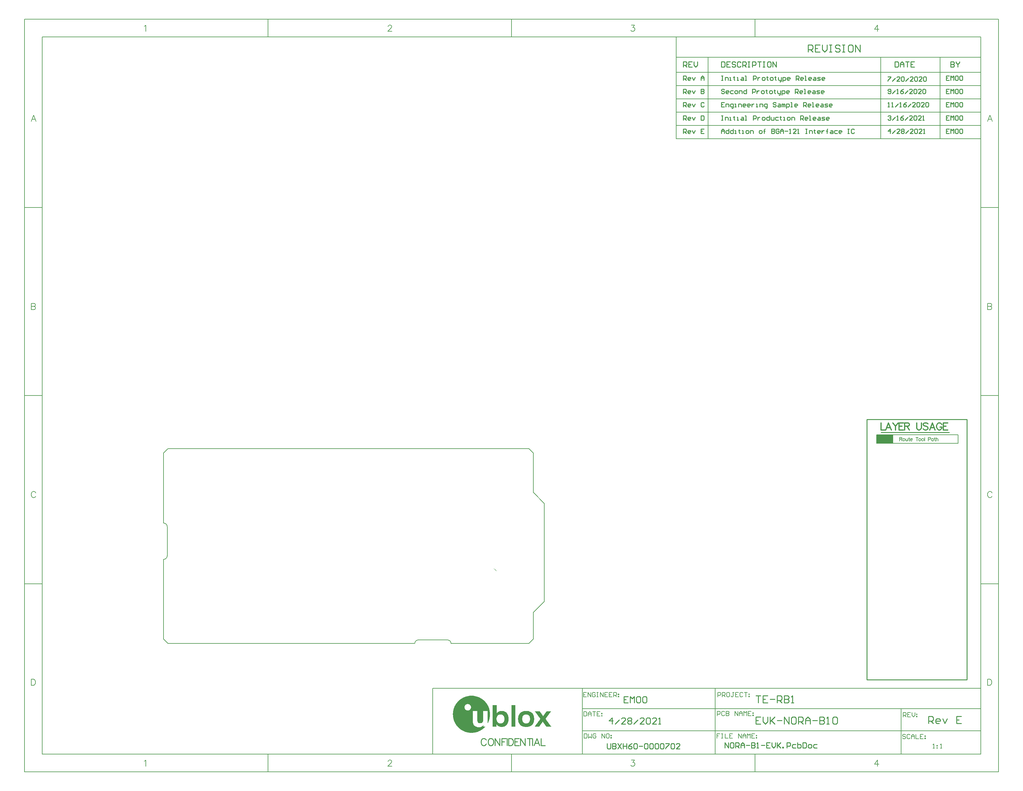
<source format=gm1>
G04*
G04 #@! TF.GenerationSoftware,Altium Limited,Altium Designer,24.5.2 (23)*
G04*
G04 Layer_Color=16711935*
%FSLAX44Y44*%
%MOMM*%
G71*
G04*
G04 #@! TF.SameCoordinates,0C5A4069-AE43-482B-AD25-CF0848805004*
G04*
G04*
G04 #@! TF.FilePolarity,Positive*
G04*
G01*
G75*
%ADD10C,0.1270*%
%ADD14C,0.2540*%
%ADD15C,0.2000*%
%ADD17R,4.8260X2.4130*%
%ADD18C,0.1778*%
%ADD19C,0.2997*%
%ADD196C,0.1520*%
%ADD197C,0.0500*%
G36*
X885250Y-150059D02*
X889786D01*
Y-150512D01*
X892507D01*
Y-150966D01*
X894775D01*
Y-151419D01*
X896589D01*
Y-151873D01*
X898403D01*
Y-152327D01*
X899764D01*
Y-152780D01*
X901124D01*
Y-153234D01*
X902485D01*
Y-153687D01*
X903392D01*
Y-154141D01*
X904753D01*
Y-154594D01*
X905660D01*
Y-155048D01*
X906567D01*
Y-155501D01*
X907474D01*
Y-155955D01*
X908381D01*
Y-156409D01*
X909288D01*
Y-156862D01*
X909742D01*
Y-157316D01*
X910649D01*
Y-157769D01*
X911556D01*
Y-158223D01*
X912010D01*
Y-158676D01*
X912917D01*
Y-159130D01*
X913371D01*
Y-159584D01*
X914278D01*
Y-160037D01*
X914731D01*
Y-160491D01*
X915185D01*
Y-160944D01*
X916092D01*
Y-161398D01*
X916545D01*
Y-161851D01*
X916999D01*
Y-162305D01*
X917452D01*
Y-162758D01*
X918360D01*
Y-163212D01*
X918813D01*
Y-163666D01*
X919267D01*
Y-164119D01*
X919720D01*
Y-164573D01*
X920174D01*
Y-165026D01*
X920627D01*
Y-165480D01*
X921081D01*
Y-165933D01*
X921535D01*
Y-166387D01*
X921988D01*
Y-166840D01*
X922442D01*
Y-167294D01*
X922895D01*
Y-167747D01*
X923349D01*
Y-168201D01*
Y-168655D01*
X923802D01*
Y-169108D01*
X924256D01*
Y-169562D01*
X924709D01*
Y-170015D01*
X925163D01*
Y-170469D01*
Y-170922D01*
X925617D01*
Y-171376D01*
X926070D01*
Y-171830D01*
X926524D01*
Y-172283D01*
Y-172737D01*
X926977D01*
Y-173190D01*
X927431D01*
Y-173644D01*
Y-174097D01*
X927884D01*
Y-174551D01*
X928338D01*
Y-175004D01*
Y-175458D01*
X928791D01*
Y-175912D01*
X929245D01*
Y-176365D01*
Y-176819D01*
X929698D01*
Y-177272D01*
Y-177726D01*
X930152D01*
Y-178179D01*
Y-178633D01*
X930606D01*
Y-179086D01*
Y-179540D01*
X931059D01*
Y-179993D01*
Y-180447D01*
X931513D01*
Y-180901D01*
Y-181354D01*
X931966D01*
Y-181808D01*
Y-182261D01*
X932420D01*
Y-182715D01*
Y-183168D01*
Y-183622D01*
X932873D01*
Y-184076D01*
Y-184529D01*
X933327D01*
Y-184983D01*
Y-185436D01*
Y-185890D01*
X933781D01*
Y-186343D01*
Y-186797D01*
Y-187250D01*
X934234D01*
Y-187704D01*
Y-188158D01*
Y-188611D01*
Y-189065D01*
X934688D01*
Y-189518D01*
Y-189972D01*
Y-190425D01*
Y-190879D01*
X935141D01*
Y-191332D01*
Y-191786D01*
Y-192240D01*
Y-192693D01*
X935595D01*
Y-193147D01*
Y-193600D01*
Y-194054D01*
Y-194507D01*
Y-194961D01*
Y-195414D01*
Y-195868D01*
X936048D01*
Y-196322D01*
Y-196775D01*
Y-197229D01*
Y-197682D01*
Y-198136D01*
Y-198589D01*
Y-199043D01*
Y-199496D01*
Y-199950D01*
Y-200404D01*
Y-200857D01*
X936502D01*
Y-201311D01*
Y-201764D01*
Y-202218D01*
Y-202671D01*
Y-203125D01*
Y-203578D01*
Y-204032D01*
Y-204486D01*
Y-204939D01*
Y-205393D01*
X936048D01*
Y-205846D01*
Y-206300D01*
Y-206753D01*
Y-207207D01*
Y-207661D01*
Y-208114D01*
Y-208568D01*
Y-209021D01*
Y-209475D01*
Y-209928D01*
Y-210382D01*
X935595D01*
Y-210835D01*
Y-211289D01*
Y-211742D01*
Y-212196D01*
Y-212650D01*
Y-213103D01*
X935141D01*
Y-213557D01*
Y-214010D01*
Y-214464D01*
Y-214917D01*
Y-215371D01*
X934688D01*
Y-215825D01*
Y-216278D01*
Y-216732D01*
Y-217185D01*
X934234D01*
Y-217639D01*
Y-218092D01*
Y-218546D01*
Y-218999D01*
X933781D01*
Y-219453D01*
Y-219907D01*
Y-220360D01*
X933327D01*
Y-220814D01*
Y-221267D01*
X932873D01*
Y-221721D01*
Y-222174D01*
Y-222628D01*
X932420D01*
Y-223081D01*
Y-223535D01*
X931966D01*
Y-223988D01*
Y-224442D01*
Y-224896D01*
X931513D01*
Y-225349D01*
Y-225803D01*
X931059D01*
Y-226256D01*
Y-226710D01*
X930606D01*
Y-227163D01*
Y-227617D01*
X930152D01*
Y-228071D01*
Y-228524D01*
X929698D01*
Y-228071D01*
Y-227617D01*
Y-227163D01*
Y-226710D01*
Y-226256D01*
Y-225803D01*
Y-225349D01*
Y-224896D01*
Y-224442D01*
Y-223988D01*
Y-223535D01*
Y-223081D01*
Y-222628D01*
Y-222174D01*
Y-221721D01*
Y-221267D01*
Y-220814D01*
Y-220360D01*
Y-219907D01*
Y-219453D01*
Y-218999D01*
Y-218546D01*
Y-218092D01*
Y-217639D01*
Y-217185D01*
Y-216732D01*
Y-216278D01*
Y-215825D01*
Y-215371D01*
Y-214917D01*
Y-214464D01*
Y-214010D01*
Y-213557D01*
Y-213103D01*
Y-212650D01*
Y-212196D01*
Y-211742D01*
Y-211289D01*
Y-210835D01*
Y-210382D01*
Y-209928D01*
Y-209475D01*
Y-209021D01*
Y-208568D01*
Y-208114D01*
Y-207661D01*
Y-207207D01*
Y-206753D01*
Y-206300D01*
Y-205846D01*
Y-205393D01*
Y-204939D01*
Y-204486D01*
Y-204032D01*
Y-203578D01*
Y-203125D01*
Y-202671D01*
Y-202218D01*
Y-201764D01*
Y-201311D01*
Y-200857D01*
Y-200404D01*
Y-199950D01*
Y-199496D01*
Y-199043D01*
Y-198589D01*
Y-198136D01*
Y-197682D01*
Y-197229D01*
Y-196775D01*
Y-196322D01*
Y-195868D01*
Y-195414D01*
Y-194961D01*
Y-194507D01*
Y-194054D01*
X916999D01*
Y-194507D01*
Y-194961D01*
Y-195414D01*
Y-195868D01*
Y-196322D01*
Y-196775D01*
Y-197229D01*
Y-197682D01*
Y-198136D01*
Y-198589D01*
Y-199043D01*
Y-199496D01*
Y-199950D01*
Y-200404D01*
Y-200857D01*
Y-201311D01*
Y-201764D01*
Y-202218D01*
Y-202671D01*
Y-203125D01*
Y-203578D01*
Y-204032D01*
Y-204486D01*
Y-204939D01*
Y-205393D01*
Y-205846D01*
Y-206300D01*
Y-206753D01*
Y-207207D01*
Y-207661D01*
Y-208114D01*
Y-208568D01*
Y-209021D01*
Y-209475D01*
Y-209928D01*
Y-210382D01*
Y-210835D01*
Y-211289D01*
Y-211742D01*
Y-212196D01*
Y-212650D01*
Y-213103D01*
Y-213557D01*
Y-214010D01*
Y-214464D01*
Y-214917D01*
Y-215371D01*
Y-215825D01*
Y-216278D01*
Y-216732D01*
Y-217185D01*
Y-217639D01*
Y-218092D01*
Y-218546D01*
Y-218999D01*
Y-219453D01*
Y-219907D01*
Y-220360D01*
Y-220814D01*
Y-221267D01*
Y-221721D01*
X916545D01*
Y-222174D01*
Y-222628D01*
Y-223081D01*
Y-223535D01*
X916092D01*
Y-223988D01*
Y-224442D01*
X915638D01*
Y-224896D01*
Y-225349D01*
X915185D01*
Y-225803D01*
X914731D01*
Y-226256D01*
X914278D01*
Y-226710D01*
X913824D01*
Y-227163D01*
X913371D01*
Y-227617D01*
X912463D01*
Y-228071D01*
X911103D01*
Y-228524D01*
X904753D01*
Y-228071D01*
X903392D01*
Y-227617D01*
X902485D01*
Y-227163D01*
X902032D01*
Y-226710D01*
X901578D01*
Y-226256D01*
X901124D01*
Y-225803D01*
Y-225349D01*
X900671D01*
Y-224896D01*
Y-224442D01*
X900217D01*
Y-223988D01*
Y-223535D01*
Y-223081D01*
Y-222628D01*
X899764D01*
Y-222174D01*
Y-221721D01*
Y-221267D01*
Y-220814D01*
Y-220360D01*
Y-219907D01*
Y-219453D01*
Y-218999D01*
Y-218546D01*
Y-218092D01*
Y-217639D01*
Y-217185D01*
Y-216732D01*
Y-216278D01*
Y-215825D01*
Y-215371D01*
Y-214917D01*
Y-214464D01*
Y-214010D01*
Y-213557D01*
Y-213103D01*
Y-212650D01*
Y-212196D01*
Y-211742D01*
Y-211289D01*
Y-210835D01*
Y-210382D01*
Y-209928D01*
Y-209475D01*
Y-209021D01*
Y-208568D01*
Y-208114D01*
Y-207661D01*
Y-207207D01*
Y-206753D01*
Y-206300D01*
Y-205846D01*
Y-205393D01*
Y-204939D01*
Y-204486D01*
Y-204032D01*
Y-203578D01*
Y-203125D01*
Y-202671D01*
Y-202218D01*
Y-201764D01*
Y-201311D01*
Y-200857D01*
Y-200404D01*
Y-199950D01*
Y-199496D01*
Y-199043D01*
Y-198589D01*
Y-198136D01*
Y-197682D01*
Y-197229D01*
Y-196775D01*
Y-196322D01*
Y-195868D01*
Y-195414D01*
Y-194961D01*
Y-194507D01*
Y-194054D01*
X887064D01*
Y-194507D01*
Y-194961D01*
Y-195414D01*
Y-195868D01*
Y-196322D01*
Y-196775D01*
Y-197229D01*
Y-197682D01*
Y-198136D01*
Y-198589D01*
Y-199043D01*
Y-199496D01*
Y-199950D01*
Y-200404D01*
Y-200857D01*
Y-201311D01*
Y-201764D01*
Y-202218D01*
Y-202671D01*
Y-203125D01*
Y-203578D01*
Y-204032D01*
Y-204486D01*
Y-204939D01*
Y-205393D01*
Y-205846D01*
Y-206300D01*
Y-206753D01*
Y-207207D01*
Y-207661D01*
Y-208114D01*
Y-208568D01*
Y-209021D01*
Y-209475D01*
Y-209928D01*
Y-210382D01*
Y-210835D01*
Y-211289D01*
Y-211742D01*
Y-212196D01*
Y-212650D01*
Y-213103D01*
Y-213557D01*
Y-214010D01*
Y-214464D01*
Y-214917D01*
Y-215371D01*
Y-215825D01*
Y-216278D01*
Y-216732D01*
Y-217185D01*
Y-217639D01*
Y-218092D01*
Y-218546D01*
Y-218999D01*
Y-219453D01*
Y-219907D01*
Y-220360D01*
Y-220814D01*
Y-221267D01*
Y-221721D01*
Y-222174D01*
Y-222628D01*
Y-223081D01*
Y-223535D01*
Y-223988D01*
Y-224442D01*
Y-224896D01*
Y-225349D01*
Y-225803D01*
Y-226256D01*
Y-226710D01*
Y-227163D01*
X887518D01*
Y-227617D01*
Y-228071D01*
Y-228524D01*
Y-228978D01*
X887971D01*
Y-229431D01*
Y-229885D01*
Y-230338D01*
X888425D01*
Y-230792D01*
Y-231245D01*
Y-231699D01*
X888878D01*
Y-232153D01*
Y-232606D01*
X889332D01*
Y-233060D01*
X889786D01*
Y-233513D01*
Y-233967D01*
X890239D01*
Y-234420D01*
X890693D01*
Y-234874D01*
X891146D01*
Y-235327D01*
X891600D01*
Y-235781D01*
X892053D01*
Y-236234D01*
X892507D01*
Y-236688D01*
X893414D01*
Y-237142D01*
X893868D01*
Y-237595D01*
X894775D01*
Y-238049D01*
X895682D01*
Y-238502D01*
X896589D01*
Y-238956D01*
X897950D01*
Y-239409D01*
X899764D01*
Y-239863D01*
X908835D01*
Y-239409D01*
X910649D01*
Y-238956D01*
X911556D01*
Y-238502D01*
X912917D01*
Y-238049D01*
X913371D01*
Y-237595D01*
X914278D01*
Y-237142D01*
X914731D01*
Y-236688D01*
X915185D01*
Y-236234D01*
X916092D01*
Y-235781D01*
X916545D01*
Y-235327D01*
X916999D01*
Y-234874D01*
Y-234420D01*
X917452D01*
Y-234874D01*
Y-235327D01*
Y-235781D01*
Y-236234D01*
Y-236688D01*
Y-237142D01*
Y-237595D01*
Y-238049D01*
Y-238502D01*
Y-238956D01*
X922442D01*
Y-239409D01*
X921988D01*
Y-239863D01*
X921535D01*
Y-240317D01*
X921081D01*
Y-240770D01*
X920627D01*
Y-241224D01*
X920174D01*
Y-241677D01*
X919720D01*
Y-242131D01*
X919267D01*
Y-242584D01*
X918813D01*
Y-243038D01*
X917906D01*
Y-243491D01*
X917452D01*
Y-243945D01*
X916999D01*
Y-244398D01*
X916545D01*
Y-244852D01*
X915638D01*
Y-245306D01*
X915185D01*
Y-245759D01*
X914731D01*
Y-246213D01*
X913824D01*
Y-246666D01*
X913371D01*
Y-247120D01*
X912463D01*
Y-247573D01*
X912010D01*
Y-248027D01*
X911103D01*
Y-248480D01*
X910649D01*
Y-248934D01*
X909742D01*
Y-249388D01*
X908835D01*
Y-249841D01*
X907928D01*
Y-250295D01*
X907474D01*
Y-250748D01*
X906567D01*
Y-251202D01*
X905206D01*
Y-251655D01*
X904299D01*
Y-252109D01*
X903392D01*
Y-252563D01*
X902032D01*
Y-253016D01*
X901124D01*
Y-253470D01*
X899764D01*
Y-253923D01*
X897950D01*
Y-254377D01*
X896589D01*
Y-254830D01*
X894775D01*
Y-255284D01*
X892053D01*
Y-255737D01*
X888878D01*
Y-256191D01*
X877086D01*
Y-255737D01*
X873911D01*
Y-255284D01*
X871643D01*
Y-254830D01*
X869829D01*
Y-254377D01*
X868015D01*
Y-253923D01*
X866654D01*
Y-253470D01*
X865294D01*
Y-253016D01*
X863933D01*
Y-252563D01*
X863026D01*
Y-252109D01*
X861665D01*
Y-251655D01*
X860758D01*
Y-251202D01*
X859851D01*
Y-250748D01*
X858944D01*
Y-250295D01*
X858037D01*
Y-249841D01*
X857130D01*
Y-249388D01*
X856222D01*
Y-248934D01*
X855769D01*
Y-248480D01*
X854862D01*
Y-248027D01*
X853955D01*
Y-247573D01*
X853501D01*
Y-247120D01*
X852594D01*
Y-246666D01*
X852140D01*
Y-246213D01*
X851687D01*
Y-245759D01*
X850780D01*
Y-245306D01*
X850326D01*
Y-244852D01*
X849873D01*
Y-244398D01*
X848966D01*
Y-243945D01*
X848512D01*
Y-243491D01*
X848058D01*
Y-243038D01*
X847605D01*
Y-242584D01*
X847151D01*
Y-242131D01*
X846698D01*
Y-241677D01*
X846244D01*
Y-241224D01*
X845791D01*
Y-240770D01*
X845337D01*
Y-240317D01*
X844883D01*
Y-239863D01*
X844430D01*
Y-239409D01*
X843976D01*
Y-238956D01*
X843523D01*
Y-238502D01*
X843069D01*
Y-238049D01*
X842616D01*
Y-237595D01*
X842162D01*
Y-237142D01*
X841709D01*
Y-236688D01*
Y-236234D01*
X841255D01*
Y-235781D01*
X840801D01*
Y-235327D01*
X840348D01*
Y-234874D01*
X839894D01*
Y-234420D01*
Y-233967D01*
X839441D01*
Y-233513D01*
X838987D01*
Y-233060D01*
Y-232606D01*
X838534D01*
Y-232153D01*
X838080D01*
Y-231699D01*
Y-231245D01*
X837627D01*
Y-230792D01*
X837173D01*
Y-230338D01*
Y-229885D01*
X836720D01*
Y-229431D01*
Y-228978D01*
X836266D01*
Y-228524D01*
Y-228071D01*
X835812D01*
Y-227617D01*
Y-227163D01*
X835359D01*
Y-226710D01*
Y-226256D01*
X834905D01*
Y-225803D01*
Y-225349D01*
X834452D01*
Y-224896D01*
Y-224442D01*
X833998D01*
Y-223988D01*
Y-223535D01*
X833545D01*
Y-223081D01*
Y-222628D01*
Y-222174D01*
X833091D01*
Y-221721D01*
Y-221267D01*
Y-220814D01*
X832637D01*
Y-220360D01*
Y-219907D01*
X832184D01*
Y-219453D01*
Y-218999D01*
Y-218546D01*
Y-218092D01*
X831730D01*
Y-217639D01*
Y-217185D01*
Y-216732D01*
X831277D01*
Y-216278D01*
Y-215825D01*
Y-215371D01*
Y-214917D01*
X830823D01*
Y-214464D01*
Y-214010D01*
Y-213557D01*
Y-213103D01*
Y-212650D01*
X830370D01*
Y-212196D01*
Y-211742D01*
Y-211289D01*
Y-210835D01*
Y-210382D01*
Y-209928D01*
Y-209475D01*
X829916D01*
Y-209021D01*
Y-208568D01*
Y-208114D01*
Y-207661D01*
Y-207207D01*
Y-206753D01*
Y-206300D01*
Y-205846D01*
Y-205393D01*
Y-204939D01*
X829463D01*
Y-204486D01*
Y-204032D01*
Y-203578D01*
Y-203125D01*
Y-202671D01*
Y-202218D01*
Y-201764D01*
Y-201311D01*
Y-200857D01*
X829916D01*
Y-200404D01*
Y-199950D01*
Y-199496D01*
Y-199043D01*
Y-198589D01*
Y-198136D01*
Y-197682D01*
Y-197229D01*
Y-196775D01*
X830370D01*
Y-196322D01*
Y-195868D01*
Y-195414D01*
Y-194961D01*
Y-194507D01*
Y-194054D01*
Y-193600D01*
X830823D01*
Y-193147D01*
Y-192693D01*
Y-192240D01*
Y-191786D01*
Y-191332D01*
X831277D01*
Y-190879D01*
Y-190425D01*
Y-189972D01*
Y-189518D01*
X831730D01*
Y-189065D01*
Y-188611D01*
Y-188158D01*
Y-187704D01*
X832184D01*
Y-187250D01*
Y-186797D01*
Y-186343D01*
X832637D01*
Y-185890D01*
Y-185436D01*
Y-184983D01*
X833091D01*
Y-184529D01*
Y-184076D01*
X833545D01*
Y-183622D01*
Y-183168D01*
Y-182715D01*
X833998D01*
Y-182261D01*
Y-181808D01*
X834452D01*
Y-181354D01*
Y-180901D01*
Y-180447D01*
X834905D01*
Y-179993D01*
Y-179540D01*
X835359D01*
Y-179086D01*
Y-178633D01*
X835812D01*
Y-178179D01*
Y-177726D01*
X836266D01*
Y-177272D01*
X836720D01*
Y-176819D01*
Y-176365D01*
X837173D01*
Y-175912D01*
Y-175458D01*
X837627D01*
Y-175004D01*
X838080D01*
Y-174551D01*
Y-174097D01*
X838534D01*
Y-173644D01*
X838987D01*
Y-173190D01*
Y-172737D01*
X839441D01*
Y-172283D01*
X839894D01*
Y-171830D01*
Y-171376D01*
X840348D01*
Y-170922D01*
X840801D01*
Y-170469D01*
X841255D01*
Y-170015D01*
Y-169562D01*
X841709D01*
Y-169108D01*
X842162D01*
Y-168655D01*
X842616D01*
Y-168201D01*
X843069D01*
Y-167747D01*
X843523D01*
Y-167294D01*
X843976D01*
Y-166840D01*
X844430D01*
Y-166387D01*
Y-165933D01*
X844883D01*
Y-165480D01*
X845337D01*
Y-165026D01*
X845791D01*
Y-164573D01*
X846698D01*
Y-164119D01*
X847151D01*
Y-163666D01*
X847605D01*
Y-163212D01*
X848058D01*
Y-162758D01*
X848512D01*
Y-162305D01*
X848966D01*
Y-161851D01*
X849419D01*
Y-161398D01*
X850326D01*
Y-160944D01*
X850780D01*
Y-160491D01*
X851233D01*
Y-160037D01*
X852140D01*
Y-159584D01*
X852594D01*
Y-159130D01*
X853501D01*
Y-158676D01*
X853955D01*
Y-158223D01*
X854862D01*
Y-157769D01*
X855315D01*
Y-157316D01*
X856222D01*
Y-156862D01*
X857130D01*
Y-156409D01*
X857583D01*
Y-155955D01*
X858944D01*
Y-155501D01*
X859851D01*
Y-155048D01*
X860758D01*
Y-154594D01*
X861665D01*
Y-154141D01*
X862572D01*
Y-153687D01*
X863933D01*
Y-153234D01*
X864840D01*
Y-152780D01*
X866201D01*
Y-152327D01*
X867561D01*
Y-151873D01*
X869376D01*
Y-151419D01*
X871190D01*
Y-150966D01*
X873457D01*
Y-150512D01*
X876632D01*
Y-150059D01*
X881168D01*
Y-149605D01*
X885250D01*
Y-150059D01*
D02*
G37*
G36*
X955551Y-177272D02*
Y-177726D01*
Y-178179D01*
Y-178633D01*
Y-179086D01*
Y-179540D01*
Y-179993D01*
Y-180447D01*
Y-180901D01*
Y-181354D01*
Y-181808D01*
Y-182261D01*
Y-182715D01*
Y-183168D01*
Y-183622D01*
Y-184076D01*
Y-184529D01*
Y-184983D01*
Y-185436D01*
Y-185890D01*
Y-186343D01*
Y-186797D01*
Y-187250D01*
Y-187704D01*
Y-188158D01*
Y-188611D01*
Y-189065D01*
Y-189518D01*
Y-189972D01*
Y-190425D01*
Y-190879D01*
Y-191332D01*
Y-191786D01*
Y-192240D01*
Y-192693D01*
Y-193147D01*
Y-193600D01*
Y-194054D01*
Y-194507D01*
Y-194961D01*
Y-195414D01*
Y-195868D01*
Y-196322D01*
Y-196775D01*
Y-197229D01*
Y-197682D01*
Y-198136D01*
Y-198589D01*
Y-199043D01*
Y-199496D01*
X956458D01*
Y-199043D01*
X956912D01*
Y-198589D01*
X957365D01*
Y-198136D01*
X957819D01*
Y-197682D01*
X958272D01*
Y-197229D01*
X958726D01*
Y-196775D01*
X959180D01*
Y-196322D01*
X960087D01*
Y-195868D01*
X960540D01*
Y-195414D01*
X961447D01*
Y-194961D01*
X962355D01*
Y-194507D01*
X963715D01*
Y-194054D01*
X965529D01*
Y-193600D01*
X974147D01*
Y-194054D01*
X975961D01*
Y-194507D01*
X977322D01*
Y-194961D01*
X978682D01*
Y-195414D01*
X979590D01*
Y-195868D01*
X980043D01*
Y-196322D01*
X980950D01*
Y-196775D01*
X981404D01*
Y-197229D01*
X982311D01*
Y-197682D01*
X982765D01*
Y-198136D01*
X983218D01*
Y-198589D01*
X983672D01*
Y-199043D01*
X984125D01*
Y-199496D01*
X984579D01*
Y-199950D01*
Y-200404D01*
X985032D01*
Y-200857D01*
X985486D01*
Y-201311D01*
X985939D01*
Y-201764D01*
Y-202218D01*
X986393D01*
Y-202671D01*
Y-203125D01*
X986846D01*
Y-203578D01*
Y-204032D01*
X987300D01*
Y-204486D01*
Y-204939D01*
X987754D01*
Y-205393D01*
Y-205846D01*
Y-206300D01*
X988207D01*
Y-206753D01*
Y-207207D01*
Y-207661D01*
Y-208114D01*
X988661D01*
Y-208568D01*
Y-209021D01*
Y-209475D01*
Y-209928D01*
Y-210382D01*
X989114D01*
Y-210835D01*
Y-211289D01*
Y-211742D01*
Y-212196D01*
Y-212650D01*
Y-213103D01*
Y-213557D01*
Y-214010D01*
Y-214464D01*
X989568D01*
Y-214917D01*
X989114D01*
Y-215371D01*
Y-215825D01*
Y-216278D01*
Y-216732D01*
Y-217185D01*
Y-217639D01*
Y-218092D01*
Y-218546D01*
Y-218999D01*
Y-219453D01*
Y-219907D01*
Y-220360D01*
Y-220814D01*
Y-221267D01*
Y-221721D01*
Y-222174D01*
Y-222628D01*
X988661D01*
Y-223081D01*
Y-223535D01*
Y-223988D01*
Y-224442D01*
Y-224896D01*
X988207D01*
Y-225349D01*
Y-225803D01*
Y-226256D01*
X987754D01*
Y-226710D01*
Y-227163D01*
Y-227617D01*
X987300D01*
Y-228071D01*
Y-228524D01*
Y-228978D01*
X986846D01*
Y-229431D01*
Y-229885D01*
X986393D01*
Y-230338D01*
Y-230792D01*
X985939D01*
Y-231245D01*
X985486D01*
Y-231699D01*
Y-232153D01*
X985032D01*
Y-232606D01*
X984579D01*
Y-233060D01*
X984125D01*
Y-233513D01*
X983672D01*
Y-233967D01*
Y-234420D01*
X982765D01*
Y-234874D01*
X982311D01*
Y-235327D01*
X981857D01*
Y-235781D01*
X981404D01*
Y-236234D01*
X980497D01*
Y-236688D01*
X980043D01*
Y-237142D01*
X979136D01*
Y-237595D01*
X978229D01*
Y-238049D01*
X977322D01*
Y-238502D01*
X975961D01*
Y-238956D01*
X973693D01*
Y-239409D01*
X965983D01*
Y-238956D01*
X963715D01*
Y-238502D01*
X962808D01*
Y-238049D01*
X961447D01*
Y-237595D01*
X960994D01*
Y-237142D01*
X960087D01*
Y-236688D01*
X959633D01*
Y-236234D01*
X958726D01*
Y-235781D01*
X958272D01*
Y-235327D01*
X957819D01*
Y-234874D01*
X957365D01*
Y-234420D01*
X956912D01*
Y-233967D01*
X956458D01*
Y-233513D01*
X956005D01*
Y-233060D01*
Y-232606D01*
X955098D01*
Y-233060D01*
Y-233513D01*
Y-233967D01*
Y-234420D01*
Y-234874D01*
Y-235327D01*
Y-235781D01*
Y-236234D01*
Y-236688D01*
Y-237142D01*
Y-237595D01*
Y-238049D01*
Y-238502D01*
X943759D01*
Y-238049D01*
Y-237595D01*
Y-237142D01*
Y-236688D01*
Y-236234D01*
Y-235781D01*
Y-235327D01*
Y-234874D01*
Y-234420D01*
Y-233967D01*
Y-233513D01*
Y-233060D01*
Y-232606D01*
Y-232153D01*
Y-231699D01*
Y-231245D01*
Y-230792D01*
Y-230338D01*
Y-229885D01*
Y-229431D01*
Y-228978D01*
Y-228524D01*
Y-228071D01*
Y-227617D01*
Y-227163D01*
Y-226710D01*
Y-226256D01*
Y-225803D01*
Y-225349D01*
Y-224896D01*
Y-224442D01*
Y-223988D01*
Y-223535D01*
Y-223081D01*
Y-222628D01*
Y-222174D01*
Y-221721D01*
Y-221267D01*
Y-220814D01*
Y-220360D01*
Y-219907D01*
Y-219453D01*
Y-218999D01*
Y-218546D01*
Y-218092D01*
Y-217639D01*
Y-217185D01*
Y-216732D01*
Y-216278D01*
Y-215825D01*
Y-215371D01*
Y-214917D01*
Y-214464D01*
Y-214010D01*
Y-213557D01*
Y-213103D01*
Y-212650D01*
Y-212196D01*
Y-211742D01*
Y-211289D01*
Y-210835D01*
Y-210382D01*
Y-209928D01*
Y-209475D01*
Y-209021D01*
Y-208568D01*
Y-208114D01*
Y-207661D01*
Y-207207D01*
Y-206753D01*
Y-206300D01*
Y-205846D01*
Y-205393D01*
Y-204939D01*
Y-204486D01*
Y-204032D01*
Y-203578D01*
Y-203125D01*
Y-202671D01*
Y-202218D01*
Y-201764D01*
Y-201311D01*
Y-200857D01*
Y-200404D01*
Y-199950D01*
Y-199496D01*
Y-199043D01*
Y-198589D01*
Y-198136D01*
Y-197682D01*
Y-197229D01*
Y-196775D01*
Y-196322D01*
Y-195868D01*
Y-195414D01*
Y-194961D01*
Y-194507D01*
Y-194054D01*
Y-193600D01*
Y-193147D01*
Y-192693D01*
Y-192240D01*
Y-191786D01*
Y-191332D01*
Y-190879D01*
Y-190425D01*
Y-189972D01*
Y-189518D01*
Y-189065D01*
Y-188611D01*
Y-188158D01*
Y-187704D01*
Y-187250D01*
Y-186797D01*
Y-186343D01*
Y-185890D01*
Y-185436D01*
Y-184983D01*
Y-184529D01*
Y-184076D01*
Y-183622D01*
Y-183168D01*
Y-182715D01*
Y-182261D01*
Y-181808D01*
Y-181354D01*
Y-180901D01*
Y-180447D01*
Y-179993D01*
Y-179540D01*
Y-179086D01*
Y-178633D01*
Y-178179D01*
Y-177726D01*
Y-177272D01*
Y-176819D01*
X955551D01*
Y-177272D01*
D02*
G37*
G36*
X1009071D02*
Y-177726D01*
Y-178179D01*
Y-178633D01*
Y-179086D01*
Y-179540D01*
Y-179993D01*
Y-180447D01*
Y-180901D01*
Y-181354D01*
Y-181808D01*
Y-182261D01*
Y-182715D01*
Y-183168D01*
Y-183622D01*
Y-184076D01*
Y-184529D01*
Y-184983D01*
Y-185436D01*
Y-185890D01*
Y-186343D01*
Y-186797D01*
Y-187250D01*
Y-187704D01*
Y-188158D01*
Y-188611D01*
Y-189065D01*
Y-189518D01*
Y-189972D01*
Y-190425D01*
Y-190879D01*
Y-191332D01*
Y-191786D01*
Y-192240D01*
Y-192693D01*
Y-193147D01*
Y-193600D01*
Y-194054D01*
Y-194507D01*
Y-194961D01*
Y-195414D01*
Y-195868D01*
Y-196322D01*
Y-196775D01*
Y-197229D01*
Y-197682D01*
Y-198136D01*
Y-198589D01*
Y-199043D01*
Y-199496D01*
Y-199950D01*
Y-200404D01*
Y-200857D01*
Y-201311D01*
Y-201764D01*
Y-202218D01*
Y-202671D01*
Y-203125D01*
Y-203578D01*
Y-204032D01*
Y-204486D01*
Y-204939D01*
Y-205393D01*
Y-205846D01*
Y-206300D01*
Y-206753D01*
Y-207207D01*
Y-207661D01*
Y-208114D01*
Y-208568D01*
Y-209021D01*
Y-209475D01*
Y-209928D01*
Y-210382D01*
Y-210835D01*
Y-211289D01*
Y-211742D01*
Y-212196D01*
Y-212650D01*
Y-213103D01*
Y-213557D01*
Y-214010D01*
Y-214464D01*
Y-214917D01*
Y-215371D01*
Y-215825D01*
Y-216278D01*
Y-216732D01*
Y-217185D01*
Y-217639D01*
Y-218092D01*
Y-218546D01*
Y-218999D01*
Y-219453D01*
Y-219907D01*
Y-220360D01*
Y-220814D01*
Y-221267D01*
Y-221721D01*
Y-222174D01*
Y-222628D01*
Y-223081D01*
Y-223535D01*
Y-223988D01*
Y-224442D01*
Y-224896D01*
Y-225349D01*
Y-225803D01*
Y-226256D01*
Y-226710D01*
Y-227163D01*
Y-227617D01*
Y-228071D01*
Y-228524D01*
Y-228978D01*
Y-229431D01*
Y-229885D01*
Y-230338D01*
Y-230792D01*
Y-231245D01*
Y-231699D01*
Y-232153D01*
Y-232606D01*
Y-233060D01*
Y-233513D01*
Y-233967D01*
Y-234420D01*
Y-234874D01*
Y-235327D01*
Y-235781D01*
Y-236234D01*
Y-236688D01*
Y-237142D01*
Y-237595D01*
Y-238049D01*
Y-238502D01*
X997732D01*
Y-238049D01*
Y-237595D01*
Y-237142D01*
Y-236688D01*
Y-236234D01*
Y-235781D01*
Y-235327D01*
Y-234874D01*
Y-234420D01*
Y-233967D01*
Y-233513D01*
Y-233060D01*
Y-232606D01*
Y-232153D01*
Y-231699D01*
Y-231245D01*
Y-230792D01*
Y-230338D01*
Y-229885D01*
Y-229431D01*
Y-228978D01*
Y-228524D01*
Y-228071D01*
Y-227617D01*
Y-227163D01*
Y-226710D01*
Y-226256D01*
Y-225803D01*
Y-225349D01*
Y-224896D01*
Y-224442D01*
Y-223988D01*
Y-223535D01*
Y-223081D01*
Y-222628D01*
Y-222174D01*
Y-221721D01*
Y-221267D01*
Y-220814D01*
Y-220360D01*
Y-219907D01*
Y-219453D01*
Y-218999D01*
Y-218546D01*
Y-218092D01*
Y-217639D01*
Y-217185D01*
Y-216732D01*
Y-216278D01*
Y-215825D01*
Y-215371D01*
Y-214917D01*
Y-214464D01*
Y-214010D01*
Y-213557D01*
Y-213103D01*
Y-212650D01*
Y-212196D01*
Y-211742D01*
Y-211289D01*
Y-210835D01*
Y-210382D01*
Y-209928D01*
Y-209475D01*
Y-209021D01*
Y-208568D01*
Y-208114D01*
Y-207661D01*
Y-207207D01*
Y-206753D01*
Y-206300D01*
Y-205846D01*
Y-205393D01*
Y-204939D01*
Y-204486D01*
Y-204032D01*
Y-203578D01*
Y-203125D01*
Y-202671D01*
Y-202218D01*
Y-201764D01*
Y-201311D01*
Y-200857D01*
Y-200404D01*
Y-199950D01*
Y-199496D01*
Y-199043D01*
Y-198589D01*
Y-198136D01*
Y-197682D01*
Y-197229D01*
Y-196775D01*
Y-196322D01*
Y-195868D01*
Y-195414D01*
Y-194961D01*
Y-194507D01*
Y-194054D01*
Y-193600D01*
Y-193147D01*
Y-192693D01*
Y-192240D01*
Y-191786D01*
Y-191332D01*
Y-190879D01*
Y-190425D01*
Y-189972D01*
Y-189518D01*
Y-189065D01*
Y-188611D01*
Y-188158D01*
Y-187704D01*
Y-187250D01*
Y-186797D01*
Y-186343D01*
Y-185890D01*
Y-185436D01*
Y-184983D01*
Y-184529D01*
Y-184076D01*
Y-183622D01*
Y-183168D01*
Y-182715D01*
Y-182261D01*
Y-181808D01*
Y-181354D01*
Y-180901D01*
Y-180447D01*
Y-179993D01*
Y-179540D01*
Y-179086D01*
Y-178633D01*
Y-178179D01*
Y-177726D01*
Y-177272D01*
Y-176819D01*
X1009071D01*
Y-177272D01*
D02*
G37*
G36*
X1045355Y-194054D02*
X1047623D01*
Y-194507D01*
X1048984D01*
Y-194961D01*
X1050344D01*
Y-195414D01*
X1051252D01*
Y-195868D01*
X1052159D01*
Y-196322D01*
X1053066D01*
Y-196775D01*
X1053973D01*
Y-197229D01*
X1054426D01*
Y-197682D01*
X1055333D01*
Y-198136D01*
X1055787D01*
Y-198589D01*
X1056241D01*
Y-199043D01*
X1056694D01*
Y-199496D01*
X1057148D01*
Y-199950D01*
X1057601D01*
Y-200404D01*
X1058055D01*
Y-200857D01*
X1058508D01*
Y-201311D01*
X1058962D01*
Y-201764D01*
Y-202218D01*
X1059416D01*
Y-202671D01*
X1059869D01*
Y-203125D01*
Y-203578D01*
X1060323D01*
Y-204032D01*
Y-204486D01*
X1060776D01*
Y-204939D01*
Y-205393D01*
X1061230D01*
Y-205846D01*
Y-206300D01*
X1061683D01*
Y-206753D01*
Y-207207D01*
Y-207661D01*
X1062137D01*
Y-208114D01*
Y-208568D01*
Y-209021D01*
Y-209475D01*
Y-209928D01*
X1062590D01*
Y-210382D01*
Y-210835D01*
Y-211289D01*
Y-211742D01*
Y-212196D01*
Y-212650D01*
Y-213103D01*
X1063044D01*
Y-213557D01*
Y-214010D01*
Y-214464D01*
Y-214917D01*
Y-215371D01*
Y-215825D01*
Y-216278D01*
Y-216732D01*
Y-217185D01*
Y-217639D01*
Y-218092D01*
Y-218546D01*
Y-218999D01*
Y-219453D01*
Y-219907D01*
X1062590D01*
Y-220360D01*
Y-220814D01*
Y-221267D01*
Y-221721D01*
Y-222174D01*
Y-222628D01*
Y-223081D01*
X1062137D01*
Y-223535D01*
Y-223988D01*
Y-224442D01*
Y-224896D01*
X1061683D01*
Y-225349D01*
Y-225803D01*
Y-226256D01*
X1061230D01*
Y-226710D01*
Y-227163D01*
Y-227617D01*
X1060776D01*
Y-228071D01*
Y-228524D01*
X1060323D01*
Y-228978D01*
Y-229431D01*
X1059869D01*
Y-229885D01*
Y-230338D01*
X1059416D01*
Y-230792D01*
X1058962D01*
Y-231245D01*
X1058508D01*
Y-231699D01*
Y-232153D01*
X1058055D01*
Y-232606D01*
X1057601D01*
Y-233060D01*
X1057148D01*
Y-233513D01*
X1056694D01*
Y-233967D01*
X1056241D01*
Y-234420D01*
X1055787D01*
Y-234874D01*
X1054880D01*
Y-235327D01*
X1054426D01*
Y-235781D01*
X1053519D01*
Y-236234D01*
X1053066D01*
Y-236688D01*
X1052159D01*
Y-237142D01*
X1051252D01*
Y-237595D01*
X1049891D01*
Y-238049D01*
X1048530D01*
Y-238502D01*
X1047169D01*
Y-238956D01*
X1044902D01*
Y-239409D01*
X1035377D01*
Y-238956D01*
X1032656D01*
Y-238502D01*
X1030841D01*
Y-238049D01*
X1029934D01*
Y-237595D01*
X1028574D01*
Y-237142D01*
X1027667D01*
Y-236688D01*
X1026759D01*
Y-236234D01*
X1026306D01*
Y-235781D01*
X1025399D01*
Y-235327D01*
X1024945D01*
Y-234874D01*
X1024038D01*
Y-234420D01*
X1023585D01*
Y-233967D01*
X1023131D01*
Y-233513D01*
X1022678D01*
Y-233060D01*
X1022224D01*
Y-232606D01*
X1021770D01*
Y-232153D01*
X1021317D01*
Y-231699D01*
Y-231245D01*
X1020863D01*
Y-230792D01*
X1020410D01*
Y-230338D01*
X1019956D01*
Y-229885D01*
Y-229431D01*
X1019503D01*
Y-228978D01*
Y-228524D01*
X1019049D01*
Y-228071D01*
Y-227617D01*
X1018595D01*
Y-227163D01*
Y-226710D01*
Y-226256D01*
X1018142D01*
Y-225803D01*
Y-225349D01*
Y-224896D01*
X1017688D01*
Y-224442D01*
Y-223988D01*
Y-223535D01*
Y-223081D01*
X1017235D01*
Y-222628D01*
Y-222174D01*
Y-221721D01*
Y-221267D01*
Y-220814D01*
Y-220360D01*
Y-219907D01*
Y-219453D01*
X1016781D01*
Y-218999D01*
Y-218546D01*
Y-218092D01*
Y-217639D01*
Y-217185D01*
Y-216732D01*
Y-216278D01*
Y-215825D01*
Y-215371D01*
Y-214917D01*
Y-214464D01*
Y-214010D01*
Y-213557D01*
X1017235D01*
Y-213103D01*
Y-212650D01*
Y-212196D01*
Y-211742D01*
Y-211289D01*
Y-210835D01*
Y-210382D01*
Y-209928D01*
X1017688D01*
Y-209475D01*
Y-209021D01*
Y-208568D01*
Y-208114D01*
X1018142D01*
Y-207661D01*
Y-207207D01*
Y-206753D01*
X1018595D01*
Y-206300D01*
Y-205846D01*
Y-205393D01*
X1019049D01*
Y-204939D01*
Y-204486D01*
X1019503D01*
Y-204032D01*
Y-203578D01*
X1019956D01*
Y-203125D01*
Y-202671D01*
X1020410D01*
Y-202218D01*
X1020863D01*
Y-201764D01*
Y-201311D01*
X1021317D01*
Y-200857D01*
X1021770D01*
Y-200404D01*
X1022224D01*
Y-199950D01*
X1022678D01*
Y-199496D01*
X1023131D01*
Y-199043D01*
X1023585D01*
Y-198589D01*
X1024038D01*
Y-198136D01*
X1024492D01*
Y-197682D01*
X1025399D01*
Y-197229D01*
X1025852D01*
Y-196775D01*
X1026759D01*
Y-196322D01*
X1027667D01*
Y-195868D01*
X1028574D01*
Y-195414D01*
X1029481D01*
Y-194961D01*
X1030841D01*
Y-194507D01*
X1032202D01*
Y-194054D01*
X1034470D01*
Y-193600D01*
X1045355D01*
Y-194054D01*
D02*
G37*
G36*
X1111121Y-194961D02*
X1110667D01*
Y-195414D01*
Y-195868D01*
X1110214D01*
Y-196322D01*
X1109760D01*
Y-196775D01*
X1109307D01*
Y-197229D01*
Y-197682D01*
X1108853D01*
Y-198136D01*
X1108400D01*
Y-198589D01*
Y-199043D01*
X1107946D01*
Y-199496D01*
X1107492D01*
Y-199950D01*
X1107039D01*
Y-200404D01*
Y-200857D01*
X1106585D01*
Y-201311D01*
X1106132D01*
Y-201764D01*
X1105678D01*
Y-202218D01*
Y-202671D01*
X1105225D01*
Y-203125D01*
X1104771D01*
Y-203578D01*
X1104317D01*
Y-204032D01*
Y-204486D01*
X1103864D01*
Y-204939D01*
X1103410D01*
Y-205393D01*
Y-205846D01*
X1102957D01*
Y-206300D01*
X1102503D01*
Y-206753D01*
X1102050D01*
Y-207207D01*
Y-207661D01*
X1101596D01*
Y-208114D01*
X1101143D01*
Y-208568D01*
X1100689D01*
Y-209021D01*
Y-209475D01*
X1100236D01*
Y-209928D01*
X1099782D01*
Y-210382D01*
Y-210835D01*
X1099328D01*
Y-211289D01*
X1098875D01*
Y-211742D01*
X1098421D01*
Y-212196D01*
Y-212650D01*
X1097968D01*
Y-213103D01*
X1097514D01*
Y-213557D01*
X1097061D01*
Y-214010D01*
Y-214464D01*
X1096607D01*
Y-214917D01*
X1096153D01*
Y-215371D01*
X1095700D01*
Y-215825D01*
Y-216278D01*
Y-216732D01*
X1096153D01*
Y-217185D01*
Y-217639D01*
X1096607D01*
Y-218092D01*
X1097061D01*
Y-218546D01*
X1097514D01*
Y-218999D01*
Y-219453D01*
X1097968D01*
Y-219907D01*
X1098421D01*
Y-220360D01*
X1098875D01*
Y-220814D01*
Y-221267D01*
X1099328D01*
Y-221721D01*
X1099782D01*
Y-222174D01*
Y-222628D01*
X1100236D01*
Y-223081D01*
X1100689D01*
Y-223535D01*
X1101143D01*
Y-223988D01*
Y-224442D01*
X1101596D01*
Y-224896D01*
X1102050D01*
Y-225349D01*
X1102503D01*
Y-225803D01*
Y-226256D01*
X1102957D01*
Y-226710D01*
X1103410D01*
Y-227163D01*
X1103864D01*
Y-227617D01*
Y-228071D01*
X1104317D01*
Y-228524D01*
X1104771D01*
Y-228978D01*
X1105225D01*
Y-229431D01*
Y-229885D01*
X1105678D01*
Y-230338D01*
X1106132D01*
Y-230792D01*
X1106585D01*
Y-231245D01*
Y-231699D01*
X1107039D01*
Y-232153D01*
X1107492D01*
Y-232606D01*
X1107946D01*
Y-233060D01*
Y-233513D01*
X1108400D01*
Y-233967D01*
X1108853D01*
Y-234420D01*
Y-234874D01*
X1109307D01*
Y-235327D01*
X1109760D01*
Y-235781D01*
X1110214D01*
Y-236234D01*
Y-236688D01*
X1110667D01*
Y-237142D01*
X1111121D01*
Y-237595D01*
X1111574D01*
Y-238049D01*
X1112028D01*
Y-238502D01*
X1097514D01*
Y-238049D01*
Y-237595D01*
X1097061D01*
Y-237142D01*
X1096607D01*
Y-236688D01*
X1096153D01*
Y-236234D01*
Y-235781D01*
X1095700D01*
Y-235327D01*
X1095246D01*
Y-234874D01*
X1094793D01*
Y-234420D01*
Y-233967D01*
X1094339D01*
Y-233513D01*
X1093886D01*
Y-233060D01*
Y-232606D01*
X1093432D01*
Y-232153D01*
X1092979D01*
Y-231699D01*
X1092525D01*
Y-231245D01*
Y-230792D01*
X1092072D01*
Y-230338D01*
X1091618D01*
Y-229885D01*
X1091164D01*
Y-229431D01*
Y-228978D01*
X1090711D01*
Y-228524D01*
X1090257D01*
Y-228071D01*
Y-227617D01*
X1089804D01*
Y-227163D01*
X1089350D01*
Y-226710D01*
X1088897D01*
Y-226256D01*
Y-225803D01*
X1088443D01*
Y-225349D01*
X1087990D01*
Y-224896D01*
X1087536D01*
Y-224442D01*
X1087082D01*
Y-224896D01*
Y-225349D01*
X1086629D01*
Y-225803D01*
X1086175D01*
Y-226256D01*
X1085722D01*
Y-226710D01*
Y-227163D01*
X1085268D01*
Y-227617D01*
X1084815D01*
Y-228071D01*
Y-228524D01*
X1084361D01*
Y-228978D01*
X1083907D01*
Y-229431D01*
X1083454D01*
Y-229885D01*
Y-230338D01*
X1083000D01*
Y-230792D01*
X1082547D01*
Y-231245D01*
Y-231699D01*
X1082093D01*
Y-232153D01*
X1081640D01*
Y-232606D01*
X1081186D01*
Y-233060D01*
Y-233513D01*
X1080733D01*
Y-233967D01*
X1080279D01*
Y-234420D01*
Y-234874D01*
X1079826D01*
Y-235327D01*
X1079372D01*
Y-235781D01*
X1078918D01*
Y-236234D01*
Y-236688D01*
X1078465D01*
Y-237142D01*
X1078011D01*
Y-237595D01*
Y-238049D01*
X1077558D01*
Y-238502D01*
X1064405D01*
Y-238049D01*
X1064858D01*
Y-237595D01*
X1065312D01*
Y-237142D01*
Y-236688D01*
X1065765D01*
Y-236234D01*
X1066219D01*
Y-235781D01*
X1066672D01*
Y-235327D01*
Y-234874D01*
X1067126D01*
Y-234420D01*
X1067579D01*
Y-233967D01*
Y-233513D01*
X1068033D01*
Y-233060D01*
X1068487D01*
Y-232606D01*
X1068940D01*
Y-232153D01*
X1069394D01*
Y-231699D01*
Y-231245D01*
X1069847D01*
Y-230792D01*
X1070301D01*
Y-230338D01*
Y-229885D01*
X1070754D01*
Y-229431D01*
X1071208D01*
Y-228978D01*
X1071662D01*
Y-228524D01*
Y-228071D01*
X1072115D01*
Y-227617D01*
X1072569D01*
Y-227163D01*
X1073022D01*
Y-226710D01*
Y-226256D01*
X1073476D01*
Y-225803D01*
X1073929D01*
Y-225349D01*
X1074383D01*
Y-224896D01*
Y-224442D01*
X1074836D01*
Y-223988D01*
X1075290D01*
Y-223535D01*
X1075743D01*
Y-223081D01*
Y-222628D01*
X1076197D01*
Y-222174D01*
X1076651D01*
Y-221721D01*
X1077104D01*
Y-221267D01*
Y-220814D01*
X1077558D01*
Y-220360D01*
X1078011D01*
Y-219907D01*
X1078465D01*
Y-219453D01*
Y-218999D01*
X1078918D01*
Y-218546D01*
X1079372D01*
Y-218092D01*
Y-217639D01*
X1079826D01*
Y-217185D01*
X1080279D01*
Y-216732D01*
X1080733D01*
Y-216278D01*
Y-215825D01*
X1080279D01*
Y-215371D01*
X1079826D01*
Y-214917D01*
X1079372D01*
Y-214464D01*
Y-214010D01*
X1078918D01*
Y-213557D01*
X1078465D01*
Y-213103D01*
X1078011D01*
Y-212650D01*
Y-212196D01*
X1077558D01*
Y-211742D01*
X1077104D01*
Y-211289D01*
Y-210835D01*
X1076651D01*
Y-210382D01*
X1076197D01*
Y-209928D01*
X1075743D01*
Y-209475D01*
Y-209021D01*
X1075290D01*
Y-208568D01*
X1074836D01*
Y-208114D01*
X1074383D01*
Y-207661D01*
Y-207207D01*
X1073929D01*
Y-206753D01*
X1073476D01*
Y-206300D01*
Y-205846D01*
X1073022D01*
Y-205393D01*
X1072569D01*
Y-204939D01*
X1072115D01*
Y-204486D01*
Y-204032D01*
X1071662D01*
Y-203578D01*
X1071208D01*
Y-203125D01*
X1070754D01*
Y-202671D01*
Y-202218D01*
X1070301D01*
Y-201764D01*
X1069847D01*
Y-201311D01*
Y-200857D01*
X1069394D01*
Y-200404D01*
X1068940D01*
Y-199950D01*
X1068487D01*
Y-199496D01*
Y-199043D01*
X1068033D01*
Y-198589D01*
X1067579D01*
Y-198136D01*
X1067126D01*
Y-197682D01*
Y-197229D01*
X1066672D01*
Y-196775D01*
X1066219D01*
Y-196322D01*
Y-195868D01*
X1065765D01*
Y-195414D01*
X1065312D01*
Y-194961D01*
X1064858D01*
Y-194507D01*
X1078918D01*
Y-194961D01*
X1079372D01*
Y-195414D01*
X1079826D01*
Y-195868D01*
Y-196322D01*
X1080279D01*
Y-196775D01*
X1080733D01*
Y-197229D01*
X1081186D01*
Y-197682D01*
Y-198136D01*
X1081640D01*
Y-198589D01*
X1082093D01*
Y-199043D01*
Y-199496D01*
X1082547D01*
Y-199950D01*
X1083000D01*
Y-200404D01*
Y-200857D01*
X1083454D01*
Y-201311D01*
X1083907D01*
Y-201764D01*
X1084361D01*
Y-202218D01*
Y-202671D01*
X1084815D01*
Y-203125D01*
X1085268D01*
Y-203578D01*
Y-204032D01*
X1085722D01*
Y-204486D01*
X1086175D01*
Y-204939D01*
X1086629D01*
Y-205393D01*
Y-205846D01*
X1087082D01*
Y-206300D01*
X1087536D01*
Y-206753D01*
Y-207207D01*
X1087990D01*
Y-207661D01*
X1088443D01*
Y-208114D01*
X1088897D01*
Y-207661D01*
X1089350D01*
Y-207207D01*
Y-206753D01*
X1089804D01*
Y-206300D01*
X1090257D01*
Y-205846D01*
X1090711D01*
Y-205393D01*
Y-204939D01*
X1091164D01*
Y-204486D01*
X1091618D01*
Y-204032D01*
Y-203578D01*
X1092072D01*
Y-203125D01*
X1092525D01*
Y-202671D01*
X1092979D01*
Y-202218D01*
Y-201764D01*
X1093432D01*
Y-201311D01*
X1093886D01*
Y-200857D01*
Y-200404D01*
X1094339D01*
Y-199950D01*
X1094793D01*
Y-199496D01*
X1095246D01*
Y-199043D01*
Y-198589D01*
X1095700D01*
Y-198136D01*
X1096153D01*
Y-197682D01*
Y-197229D01*
X1096607D01*
Y-196775D01*
X1097061D01*
Y-196322D01*
X1097514D01*
Y-195868D01*
Y-195414D01*
X1097968D01*
Y-194961D01*
X1098421D01*
Y-194507D01*
X1111121D01*
Y-194961D01*
D02*
G37*
%LPC*%
G36*
X873457Y-173644D02*
X871190D01*
Y-174097D01*
X869376D01*
Y-174551D01*
X868468D01*
Y-175004D01*
X867561D01*
Y-175458D01*
X866654D01*
Y-175912D01*
X866201D01*
Y-176365D01*
X865747D01*
Y-176819D01*
X865294D01*
Y-177272D01*
X864840D01*
Y-177726D01*
Y-178179D01*
X864386D01*
Y-178633D01*
X863933D01*
Y-179086D01*
Y-179540D01*
X863479D01*
Y-179993D01*
Y-180447D01*
Y-180901D01*
Y-181354D01*
X863026D01*
Y-181808D01*
Y-182261D01*
Y-182715D01*
Y-183168D01*
Y-183622D01*
Y-184076D01*
Y-184529D01*
Y-184983D01*
X863479D01*
Y-185436D01*
Y-185890D01*
Y-186343D01*
X863933D01*
Y-186797D01*
Y-187250D01*
X864386D01*
Y-187704D01*
Y-188158D01*
X864840D01*
Y-188611D01*
X865294D01*
Y-189065D01*
X865747D01*
Y-189518D01*
X866201D01*
Y-189972D01*
X866654D01*
Y-190425D01*
X867108D01*
Y-190879D01*
X868015D01*
Y-191332D01*
X868922D01*
Y-191786D01*
X870283D01*
Y-192240D01*
X874365D01*
Y-191786D01*
X875725D01*
Y-191332D01*
X876632D01*
Y-190879D01*
X877540D01*
Y-190425D01*
X877993D01*
Y-189972D01*
X878447D01*
Y-189518D01*
X879354D01*
Y-189065D01*
Y-188611D01*
X879807D01*
Y-188158D01*
X880261D01*
Y-187704D01*
Y-187250D01*
X880714D01*
Y-186797D01*
Y-186343D01*
X881168D01*
Y-185890D01*
Y-185436D01*
Y-184983D01*
X881622D01*
Y-184529D01*
Y-184076D01*
Y-183622D01*
Y-183168D01*
Y-182715D01*
Y-182261D01*
Y-181808D01*
Y-181354D01*
X881168D01*
Y-180901D01*
Y-180447D01*
Y-179993D01*
Y-179540D01*
X880714D01*
Y-179086D01*
Y-178633D01*
X880261D01*
Y-178179D01*
Y-177726D01*
X879807D01*
Y-177272D01*
X879354D01*
Y-176819D01*
X878900D01*
Y-176365D01*
X878447D01*
Y-175912D01*
X877993D01*
Y-175458D01*
X877086D01*
Y-175004D01*
X876632D01*
Y-174551D01*
X875272D01*
Y-174097D01*
X873457D01*
Y-173644D01*
D02*
G37*
G36*
X968251Y-203578D02*
X964169D01*
Y-204032D01*
X962355D01*
Y-204486D01*
X960994D01*
Y-204939D01*
X960087D01*
Y-205393D01*
X959633D01*
Y-205846D01*
X958726D01*
Y-206300D01*
X958272D01*
Y-206753D01*
X957819D01*
Y-207207D01*
Y-207661D01*
X957365D01*
Y-208114D01*
X956912D01*
Y-208568D01*
Y-209021D01*
X956458D01*
Y-209475D01*
Y-209928D01*
X956005D01*
Y-210382D01*
Y-210835D01*
Y-211289D01*
X955551D01*
Y-211742D01*
Y-212196D01*
Y-212650D01*
Y-213103D01*
Y-213557D01*
X955098D01*
Y-214010D01*
Y-214464D01*
Y-214917D01*
Y-215371D01*
Y-215825D01*
Y-216278D01*
Y-216732D01*
Y-217185D01*
Y-217639D01*
Y-218092D01*
Y-218546D01*
Y-218999D01*
Y-219453D01*
X955551D01*
Y-219907D01*
Y-220360D01*
Y-220814D01*
Y-221267D01*
Y-221721D01*
X956005D01*
Y-222174D01*
Y-222628D01*
Y-223081D01*
X956458D01*
Y-223535D01*
Y-223988D01*
X956912D01*
Y-224442D01*
Y-224896D01*
X957365D01*
Y-225349D01*
X957819D01*
Y-225803D01*
X958272D01*
Y-226256D01*
X958726D01*
Y-226710D01*
X959180D01*
Y-227163D01*
X959633D01*
Y-227617D01*
X960540D01*
Y-228071D01*
X961447D01*
Y-228524D01*
X962355D01*
Y-228978D01*
X964622D01*
Y-229431D01*
X967797D01*
Y-228978D01*
X970065D01*
Y-228524D01*
X971426D01*
Y-228071D01*
X972333D01*
Y-227617D01*
X972786D01*
Y-227163D01*
X973693D01*
Y-226710D01*
X974147D01*
Y-226256D01*
X974601D01*
Y-225803D01*
X975054D01*
Y-225349D01*
Y-224896D01*
X975508D01*
Y-224442D01*
X975961D01*
Y-223988D01*
Y-223535D01*
X976415D01*
Y-223081D01*
Y-222628D01*
Y-222174D01*
X976868D01*
Y-221721D01*
Y-221267D01*
Y-220814D01*
Y-220360D01*
X977322D01*
Y-219907D01*
Y-219453D01*
Y-218999D01*
Y-218546D01*
Y-218092D01*
Y-217639D01*
Y-217185D01*
Y-216732D01*
Y-216278D01*
Y-215825D01*
Y-215371D01*
Y-214917D01*
Y-214464D01*
Y-214010D01*
Y-213557D01*
Y-213103D01*
Y-212650D01*
Y-212196D01*
X976868D01*
Y-211742D01*
Y-211289D01*
Y-210835D01*
Y-210382D01*
X976415D01*
Y-209928D01*
Y-209475D01*
X975961D01*
Y-209021D01*
Y-208568D01*
X975508D01*
Y-208114D01*
Y-207661D01*
X975054D01*
Y-207207D01*
X974601D01*
Y-206753D01*
X974147D01*
Y-206300D01*
X973693D01*
Y-205846D01*
X973240D01*
Y-205393D01*
X972333D01*
Y-204939D01*
X971426D01*
Y-204486D01*
X970518D01*
Y-204032D01*
X968251D01*
Y-203578D01*
D02*
G37*
G36*
X1042180D02*
X1037645D01*
Y-204032D01*
X1035831D01*
Y-204486D01*
X1034470D01*
Y-204939D01*
X1033563D01*
Y-205393D01*
X1033109D01*
Y-205846D01*
X1032656D01*
Y-206300D01*
X1032202D01*
Y-206753D01*
X1031749D01*
Y-207207D01*
X1031295D01*
Y-207661D01*
X1030841D01*
Y-208114D01*
X1030388D01*
Y-208568D01*
Y-209021D01*
X1029934D01*
Y-209475D01*
Y-209928D01*
X1029481D01*
Y-210382D01*
Y-210835D01*
Y-211289D01*
X1029027D01*
Y-211742D01*
Y-212196D01*
Y-212650D01*
Y-213103D01*
Y-213557D01*
Y-214010D01*
Y-214464D01*
X1028574D01*
Y-214917D01*
Y-215371D01*
Y-215825D01*
Y-216278D01*
Y-216732D01*
Y-217185D01*
Y-217639D01*
Y-218092D01*
X1029027D01*
Y-218546D01*
Y-218999D01*
Y-219453D01*
Y-219907D01*
Y-220360D01*
Y-220814D01*
Y-221267D01*
X1029481D01*
Y-221721D01*
Y-222174D01*
Y-222628D01*
X1029934D01*
Y-223081D01*
Y-223535D01*
Y-223988D01*
X1030388D01*
Y-224442D01*
X1030841D01*
Y-224896D01*
Y-225349D01*
X1031295D01*
Y-225803D01*
X1031749D01*
Y-226256D01*
X1032202D01*
Y-226710D01*
X1032656D01*
Y-227163D01*
X1033109D01*
Y-227617D01*
X1034016D01*
Y-228071D01*
X1034923D01*
Y-228524D01*
X1036284D01*
Y-228978D01*
X1038552D01*
Y-229431D01*
X1041273D01*
Y-228978D01*
X1043541D01*
Y-228524D01*
X1044902D01*
Y-228071D01*
X1045809D01*
Y-227617D01*
X1046716D01*
Y-227163D01*
X1047169D01*
Y-226710D01*
X1047623D01*
Y-226256D01*
X1048077D01*
Y-225803D01*
X1048530D01*
Y-225349D01*
X1048984D01*
Y-224896D01*
Y-224442D01*
X1049437D01*
Y-223988D01*
X1049891D01*
Y-223535D01*
Y-223081D01*
Y-222628D01*
X1050344D01*
Y-222174D01*
Y-221721D01*
Y-221267D01*
X1050798D01*
Y-220814D01*
Y-220360D01*
Y-219907D01*
Y-219453D01*
Y-218999D01*
X1051252D01*
Y-218546D01*
Y-218092D01*
Y-217639D01*
Y-217185D01*
Y-216732D01*
Y-216278D01*
Y-215825D01*
Y-215371D01*
Y-214917D01*
Y-214464D01*
Y-214010D01*
X1050798D01*
Y-213557D01*
Y-213103D01*
Y-212650D01*
Y-212196D01*
Y-211742D01*
Y-211289D01*
X1050344D01*
Y-210835D01*
Y-210382D01*
Y-209928D01*
X1049891D01*
Y-209475D01*
Y-209021D01*
X1049437D01*
Y-208568D01*
Y-208114D01*
X1048984D01*
Y-207661D01*
X1048530D01*
Y-207207D01*
X1048077D01*
Y-206753D01*
X1047623D01*
Y-206300D01*
X1047169D01*
Y-205846D01*
X1046716D01*
Y-205393D01*
X1045809D01*
Y-204939D01*
X1045355D01*
Y-204486D01*
X1043995D01*
Y-204032D01*
X1042180D01*
Y-203578D01*
D02*
G37*
%LPD*%
D10*
X2111174Y591564D02*
Y581406D01*
Y591564D02*
X2115527D01*
X2116979Y591080D01*
X2117462Y590596D01*
X2117946Y589629D01*
Y588662D01*
X2117462Y587694D01*
X2116979Y587211D01*
X2115527Y586727D01*
X2111174D01*
X2114560D02*
X2117946Y581406D01*
X2122638Y588178D02*
X2121671Y587694D01*
X2120703Y586727D01*
X2120219Y585276D01*
Y584308D01*
X2120703Y582857D01*
X2121671Y581890D01*
X2122638Y581406D01*
X2124089D01*
X2125056Y581890D01*
X2126024Y582857D01*
X2126508Y584308D01*
Y585276D01*
X2126024Y586727D01*
X2125056Y587694D01*
X2124089Y588178D01*
X2122638D01*
X2128733D02*
Y583341D01*
X2129216Y581890D01*
X2130184Y581406D01*
X2131635D01*
X2132602Y581890D01*
X2134053Y583341D01*
Y588178D02*
Y581406D01*
X2138165Y591564D02*
Y583341D01*
X2138649Y581890D01*
X2139616Y581406D01*
X2140583D01*
X2136714Y588178D02*
X2140100D01*
X2142034Y585276D02*
X2147839D01*
Y586243D01*
X2147355Y587211D01*
X2146872Y587694D01*
X2145904Y588178D01*
X2144453D01*
X2143486Y587694D01*
X2142518Y586727D01*
X2142034Y585276D01*
Y584308D01*
X2142518Y582857D01*
X2143486Y581890D01*
X2144453Y581406D01*
X2145904D01*
X2146872Y581890D01*
X2147839Y582857D01*
X2161383Y591564D02*
Y581406D01*
X2157997Y591564D02*
X2164769D01*
X2168396Y588178D02*
X2167429Y587694D01*
X2166462Y586727D01*
X2165978Y585276D01*
Y584308D01*
X2166462Y582857D01*
X2167429Y581890D01*
X2168396Y581406D01*
X2169848D01*
X2170815Y581890D01*
X2171782Y582857D01*
X2172266Y584308D01*
Y585276D01*
X2171782Y586727D01*
X2170815Y587694D01*
X2169848Y588178D01*
X2168396D01*
X2176910D02*
X2175942Y587694D01*
X2174975Y586727D01*
X2174491Y585276D01*
Y584308D01*
X2174975Y582857D01*
X2175942Y581890D01*
X2176910Y581406D01*
X2178361D01*
X2179328Y581890D01*
X2180296Y582857D01*
X2180779Y584308D01*
Y585276D01*
X2180296Y586727D01*
X2179328Y587694D01*
X2178361Y588178D01*
X2176910D01*
X2183004Y591564D02*
Y581406D01*
X2193114Y586243D02*
X2197467D01*
X2198918Y586727D01*
X2199402Y587211D01*
X2199886Y588178D01*
Y589629D01*
X2199402Y590596D01*
X2198918Y591080D01*
X2197467Y591564D01*
X2193114D01*
Y581406D01*
X2207964Y588178D02*
Y581406D01*
Y586727D02*
X2206996Y587694D01*
X2206029Y588178D01*
X2204578D01*
X2203610Y587694D01*
X2202643Y586727D01*
X2202159Y585276D01*
Y584308D01*
X2202643Y582857D01*
X2203610Y581890D01*
X2204578Y581406D01*
X2206029D01*
X2206996Y581890D01*
X2207964Y582857D01*
X2212124Y591564D02*
Y583341D01*
X2212607Y581890D01*
X2213575Y581406D01*
X2214542D01*
X2210672Y588178D02*
X2214058D01*
X2215993Y591564D02*
Y581406D01*
Y586243D02*
X2217444Y587694D01*
X2218412Y588178D01*
X2219863D01*
X2220830Y587694D01*
X2221314Y586243D01*
Y581406D01*
X2227580Y1448258D02*
Y1524508D01*
X2057400Y1448258D02*
Y1524508D01*
X1562100Y1448258D02*
Y1524508D01*
X1470660Y1448258D02*
Y1524508D01*
Y1448258D02*
X2344420D01*
X1470660Y1486358D02*
X2344360D01*
X1582360Y-165262D02*
Y-128686D01*
X1201360D02*
X1582360D01*
X772160D02*
X1201360D01*
X1582360Y-317662D02*
Y-165262D01*
X2115760Y-317662D02*
Y-187868D01*
X1201360Y-317662D02*
Y-128686D01*
X2344360Y-317662D02*
Y-128686D01*
X1582360D02*
X2344360D01*
X1201360Y-187106D02*
X2344360D01*
X1201360Y-250352D02*
X2344360D01*
X1201360Y-317662D02*
X2344360D01*
X772160D02*
Y-128686D01*
Y-317662D02*
X1201360D01*
X2227580Y1524508D02*
Y1681988D01*
X2057400Y1524508D02*
Y1681988D01*
X1562100Y1524508D02*
Y1681988D01*
X1470660D02*
X2344360D01*
X1470660Y1600708D02*
X2344360D01*
X1470660Y1638808D02*
X2344420D01*
X1470660Y1562608D02*
X2344360D01*
X1470660Y1524508D02*
X2344420D01*
X1470660D02*
Y1740408D01*
X-398780Y-367792D02*
X2395220D01*
X2344360Y171288D02*
X2395160D01*
X2344360Y711038D02*
X2395160D01*
X2344360Y1250788D02*
X2395160D01*
X2344360Y-317662D02*
Y1739738D01*
X2395220Y-367792D02*
Y1791208D01*
X-398780D02*
X2395220D01*
X1696660Y1739738D02*
Y1790538D01*
X998160Y1739738D02*
Y1790538D01*
X299660Y1739738D02*
Y1790538D01*
X-348040Y1739738D02*
X2344360D01*
X1696660Y-368462D02*
Y-317662D01*
X998160Y-368462D02*
Y-317662D01*
X299660Y-368462D02*
Y-317662D01*
X-398840Y171288D02*
X-348040D01*
X-398840Y711038D02*
X-348040D01*
X-398840Y1250788D02*
X-348040D01*
X-398780Y-367792D02*
Y1791208D01*
X-348040Y-317662D02*
Y1739738D01*
Y-317662D02*
X2344360D01*
X1588202Y-207172D02*
Y-194476D01*
X1594550D01*
X1596666Y-196592D01*
Y-200824D01*
X1594550Y-202940D01*
X1588202D01*
X1609362Y-196592D02*
X1607246Y-194476D01*
X1603014D01*
X1600898Y-196592D01*
Y-205056D01*
X1603014Y-207172D01*
X1607246D01*
X1609362Y-205056D01*
X1613594Y-194476D02*
Y-207172D01*
X1619942D01*
X1622058Y-205056D01*
Y-202940D01*
X1619942Y-200824D01*
X1613594D01*
X1619942D01*
X1622058Y-198708D01*
Y-196592D01*
X1619942Y-194476D01*
X1613594D01*
X1638985Y-207172D02*
Y-194476D01*
X1647449Y-207172D01*
Y-194476D01*
X1651681Y-207172D02*
Y-198708D01*
X1655913Y-194476D01*
X1660145Y-198708D01*
Y-207172D01*
Y-200824D01*
X1651681D01*
X1664377Y-207172D02*
Y-194476D01*
X1668609Y-198708D01*
X1672841Y-194476D01*
Y-207172D01*
X1685537Y-194476D02*
X1677073D01*
Y-207172D01*
X1685537D01*
X1677073Y-200824D02*
X1681305D01*
X1689769Y-198708D02*
X1691885D01*
Y-200824D01*
X1689769D01*
Y-198708D01*
Y-205056D02*
X1691885D01*
Y-207172D01*
X1689769D01*
Y-205056D01*
X2128542Y-262632D02*
X2126426Y-260516D01*
X2122194D01*
X2120078Y-262632D01*
Y-264748D01*
X2122194Y-266864D01*
X2126426D01*
X2128542Y-268980D01*
Y-271096D01*
X2126426Y-273212D01*
X2122194D01*
X2120078Y-271096D01*
X2141238Y-262632D02*
X2139122Y-260516D01*
X2134890D01*
X2132774Y-262632D01*
Y-271096D01*
X2134890Y-273212D01*
X2139122D01*
X2141238Y-271096D01*
X2145470Y-273212D02*
Y-264748D01*
X2149702Y-260516D01*
X2153934Y-264748D01*
Y-273212D01*
Y-266864D01*
X2145470D01*
X2158166Y-260516D02*
Y-273212D01*
X2166630D01*
X2179326Y-260516D02*
X2170862D01*
Y-273212D01*
X2179326D01*
X2170862Y-266864D02*
X2175094D01*
X2183557Y-264748D02*
X2185673D01*
Y-266864D01*
X2183557D01*
Y-264748D01*
Y-271096D02*
X2185673D01*
Y-273212D01*
X2183557D01*
Y-271096D01*
X1595964Y-258576D02*
X1587500D01*
Y-264924D01*
X1591732D01*
X1587500D01*
Y-271272D01*
X1600196Y-258576D02*
X1604428D01*
X1602312D01*
Y-271272D01*
X1600196D01*
X1604428D01*
X1610776Y-258576D02*
Y-271272D01*
X1619240D01*
X1631936Y-258576D02*
X1623472D01*
Y-271272D01*
X1631936D01*
X1623472Y-264924D02*
X1627704D01*
X1648864Y-271272D02*
Y-258576D01*
X1657327Y-271272D01*
Y-258576D01*
X1661559Y-271272D02*
Y-262808D01*
X1665791Y-258576D01*
X1670023Y-262808D01*
Y-271272D01*
Y-264924D01*
X1661559D01*
X1674255Y-271272D02*
Y-258576D01*
X1678487Y-262808D01*
X1682719Y-258576D01*
Y-271272D01*
X1695415Y-258576D02*
X1686951D01*
Y-271272D01*
X1695415D01*
X1686951Y-264924D02*
X1691183D01*
X1699647Y-262808D02*
X1701763D01*
Y-264924D01*
X1699647D01*
Y-262808D01*
Y-269156D02*
X1701763D01*
Y-271272D01*
X1699647D01*
Y-269156D01*
X1589472Y-152816D02*
Y-140120D01*
X1595820D01*
X1597936Y-142236D01*
Y-146468D01*
X1595820Y-148584D01*
X1589472D01*
X1602168Y-152816D02*
Y-140120D01*
X1608516D01*
X1610632Y-142236D01*
Y-146468D01*
X1608516Y-148584D01*
X1602168D01*
X1606400D02*
X1610632Y-152816D01*
X1621212Y-140120D02*
X1616980D01*
X1614864Y-142236D01*
Y-150700D01*
X1616980Y-152816D01*
X1621212D01*
X1623328Y-150700D01*
Y-142236D01*
X1621212Y-140120D01*
X1636024D02*
X1631792D01*
X1633908D01*
Y-150700D01*
X1631792Y-152816D01*
X1629676D01*
X1627560Y-150700D01*
X1648719Y-140120D02*
X1640255D01*
Y-152816D01*
X1648719D01*
X1640255Y-146468D02*
X1644487D01*
X1661415Y-142236D02*
X1659299Y-140120D01*
X1655067D01*
X1652951Y-142236D01*
Y-150700D01*
X1655067Y-152816D01*
X1659299D01*
X1661415Y-150700D01*
X1665647Y-140120D02*
X1674111D01*
X1669879D01*
Y-152816D01*
X1678343Y-144352D02*
X1680459D01*
Y-146468D01*
X1678343D01*
Y-144352D01*
Y-150700D02*
X1680459D01*
Y-152816D01*
X1678343D01*
Y-150700D01*
X1212872Y-140374D02*
X1204408D01*
Y-153070D01*
X1212872D01*
X1204408Y-146722D02*
X1208640D01*
X1217104Y-153070D02*
Y-140374D01*
X1225568Y-153070D01*
Y-140374D01*
X1238264Y-142490D02*
X1236148Y-140374D01*
X1231916D01*
X1229800Y-142490D01*
Y-150954D01*
X1231916Y-153070D01*
X1236148D01*
X1238264Y-150954D01*
Y-146722D01*
X1234032D01*
X1242496Y-140374D02*
X1246728D01*
X1244612D01*
Y-153070D01*
X1242496D01*
X1246728D01*
X1253076D02*
Y-140374D01*
X1261540Y-153070D01*
Y-140374D01*
X1274235D02*
X1265771D01*
Y-153070D01*
X1274235D01*
X1265771Y-146722D02*
X1270003D01*
X1286931Y-140374D02*
X1278467D01*
Y-153070D01*
X1286931D01*
X1278467Y-146722D02*
X1282699D01*
X1291163Y-153070D02*
Y-140374D01*
X1297511D01*
X1299627Y-142490D01*
Y-146722D01*
X1297511Y-148838D01*
X1291163D01*
X1295395D02*
X1299627Y-153070D01*
X1303859Y-144606D02*
X1305975D01*
Y-146722D01*
X1303859D01*
Y-144606D01*
Y-150954D02*
X1305975D01*
Y-153070D01*
X1303859D01*
Y-150954D01*
X1206500Y-258576D02*
Y-271272D01*
X1212848D01*
X1214964Y-269156D01*
Y-260692D01*
X1212848Y-258576D01*
X1206500D01*
X1219196D02*
Y-271272D01*
X1223428Y-267040D01*
X1227660Y-271272D01*
Y-258576D01*
X1240356Y-260692D02*
X1238240Y-258576D01*
X1234008D01*
X1231892Y-260692D01*
Y-269156D01*
X1234008Y-271272D01*
X1238240D01*
X1240356Y-269156D01*
Y-264924D01*
X1236124D01*
X1257283Y-271272D02*
Y-258576D01*
X1265748Y-271272D01*
Y-258576D01*
X1276327D02*
X1272095D01*
X1269979Y-260692D01*
Y-269156D01*
X1272095Y-271272D01*
X1276327D01*
X1278443Y-269156D01*
Y-260692D01*
X1276327Y-258576D01*
X1282675Y-262808D02*
X1284791D01*
Y-264924D01*
X1282675D01*
Y-262808D01*
Y-269156D02*
X1284791D01*
Y-271272D01*
X1282675D01*
Y-269156D01*
X2121348Y-210474D02*
Y-197778D01*
X2127696D01*
X2129812Y-199894D01*
Y-204126D01*
X2127696Y-206242D01*
X2121348D01*
X2125580D02*
X2129812Y-210474D01*
X2142508Y-197778D02*
X2134044D01*
Y-210474D01*
X2142508D01*
X2134044Y-204126D02*
X2138276D01*
X2146740Y-197778D02*
Y-206242D01*
X2150972Y-210474D01*
X2155204Y-206242D01*
Y-197778D01*
X2159436Y-202010D02*
X2161552D01*
Y-204126D01*
X2159436D01*
Y-202010D01*
Y-208358D02*
X2161552D01*
Y-210474D01*
X2159436D01*
Y-208358D01*
X1205170Y-195492D02*
Y-208188D01*
X1211518D01*
X1213634Y-206072D01*
Y-197608D01*
X1211518Y-195492D01*
X1205170D01*
X1217866Y-208188D02*
Y-199724D01*
X1222098Y-195492D01*
X1226330Y-199724D01*
Y-208188D01*
Y-201840D01*
X1217866D01*
X1230562Y-195492D02*
X1239026D01*
X1234794D01*
Y-208188D01*
X1251722Y-195492D02*
X1243258D01*
Y-208188D01*
X1251722D01*
X1243258Y-201840D02*
X1247490D01*
X1255954Y-199724D02*
X1258070D01*
Y-201840D01*
X1255954D01*
Y-199724D01*
Y-206072D02*
X1258070D01*
Y-208188D01*
X1255954D01*
Y-206072D01*
D14*
X2017194Y-103632D02*
Y643128D01*
X2304214D01*
Y-103632D02*
Y643128D01*
X2017194Y-103632D02*
X2304214D01*
X2057834Y605657D02*
X2253414D01*
X2253824Y1514294D02*
X2245360D01*
Y1501598D01*
X2253824D01*
X2245360Y1507946D02*
X2249592D01*
X2258056Y1501598D02*
Y1514294D01*
X2262288Y1510062D01*
X2266520Y1514294D01*
Y1501598D01*
X2277100Y1514294D02*
X2272868D01*
X2270752Y1512178D01*
Y1503714D01*
X2272868Y1501598D01*
X2277100D01*
X2279216Y1503714D01*
Y1512178D01*
X2277100Y1514294D01*
X2289796D02*
X2285564D01*
X2283448Y1512178D01*
Y1503714D01*
X2285564Y1501598D01*
X2289796D01*
X2291912Y1503714D01*
Y1512178D01*
X2289796Y1514294D01*
X2077720Y1512178D02*
X2079836Y1514294D01*
X2084068D01*
X2086184Y1512178D01*
Y1510062D01*
X2084068Y1507946D01*
X2081952D01*
X2084068D01*
X2086184Y1505830D01*
Y1503714D01*
X2084068Y1501598D01*
X2079836D01*
X2077720Y1503714D01*
X2090416Y1501598D02*
X2098880Y1510062D01*
X2103112Y1501598D02*
X2107344D01*
X2105228D01*
Y1514294D01*
X2103112Y1512178D01*
X2122156Y1514294D02*
X2117924Y1512178D01*
X2113692Y1507946D01*
Y1503714D01*
X2115808Y1501598D01*
X2120040D01*
X2122156Y1503714D01*
Y1505830D01*
X2120040Y1507946D01*
X2113692D01*
X2126388Y1501598D02*
X2134852Y1510062D01*
X2147547Y1501598D02*
X2139084D01*
X2147547Y1510062D01*
Y1512178D01*
X2145431Y1514294D01*
X2141199D01*
X2139084Y1512178D01*
X2151779D02*
X2153895Y1514294D01*
X2158127D01*
X2160243Y1512178D01*
Y1503714D01*
X2158127Y1501598D01*
X2153895D01*
X2151779Y1503714D01*
Y1512178D01*
X2172939Y1501598D02*
X2164475D01*
X2172939Y1510062D01*
Y1512178D01*
X2170823Y1514294D01*
X2166591D01*
X2164475Y1512178D01*
X2177171Y1501598D02*
X2181403D01*
X2179287D01*
Y1514294D01*
X2177171Y1512178D01*
X1600200Y1514294D02*
X1604432D01*
X1602316D01*
Y1501598D01*
X1600200D01*
X1604432D01*
X1610780D02*
Y1510062D01*
X1617128D01*
X1619244Y1507946D01*
Y1501598D01*
X1623476D02*
X1627708D01*
X1625592D01*
Y1510062D01*
X1623476D01*
X1636172Y1512178D02*
Y1510062D01*
X1634056D01*
X1638288D01*
X1636172D01*
Y1503714D01*
X1638288Y1501598D01*
X1644636D02*
X1648868D01*
X1646752D01*
Y1510062D01*
X1644636D01*
X1657332D02*
X1661564D01*
X1663680Y1507946D01*
Y1501598D01*
X1657332D01*
X1655215Y1503714D01*
X1657332Y1505830D01*
X1663680D01*
X1667911Y1501598D02*
X1672143D01*
X1670027D01*
Y1514294D01*
X1667911D01*
X1691187Y1501598D02*
Y1514294D01*
X1697535D01*
X1699651Y1512178D01*
Y1507946D01*
X1697535Y1505830D01*
X1691187D01*
X1703883Y1510062D02*
Y1501598D01*
Y1505830D01*
X1705999Y1507946D01*
X1708115Y1510062D01*
X1710231D01*
X1718695Y1501598D02*
X1722927D01*
X1725043Y1503714D01*
Y1507946D01*
X1722927Y1510062D01*
X1718695D01*
X1716579Y1507946D01*
Y1503714D01*
X1718695Y1501598D01*
X1737739Y1514294D02*
Y1501598D01*
X1731391D01*
X1729275Y1503714D01*
Y1507946D01*
X1731391Y1510062D01*
X1737739D01*
X1741971D02*
Y1503714D01*
X1744087Y1501598D01*
X1750435D01*
Y1510062D01*
X1763131D02*
X1756783D01*
X1754667Y1507946D01*
Y1503714D01*
X1756783Y1501598D01*
X1763131D01*
X1769478Y1512178D02*
Y1510062D01*
X1767363D01*
X1771595D01*
X1769478D01*
Y1503714D01*
X1771595Y1501598D01*
X1777942D02*
X1782174D01*
X1780058D01*
Y1510062D01*
X1777942D01*
X1790638Y1501598D02*
X1794870D01*
X1796986Y1503714D01*
Y1507946D01*
X1794870Y1510062D01*
X1790638D01*
X1788522Y1507946D01*
Y1503714D01*
X1790638Y1501598D01*
X1801218D02*
Y1510062D01*
X1807566D01*
X1809682Y1507946D01*
Y1501598D01*
X1826610D02*
Y1514294D01*
X1832958D01*
X1835074Y1512178D01*
Y1507946D01*
X1832958Y1505830D01*
X1826610D01*
X1830842D02*
X1835074Y1501598D01*
X1845654D02*
X1841422D01*
X1839306Y1503714D01*
Y1507946D01*
X1841422Y1510062D01*
X1845654D01*
X1847770Y1507946D01*
Y1505830D01*
X1839306D01*
X1852002Y1501598D02*
X1856234D01*
X1854118D01*
Y1514294D01*
X1852002D01*
X1868930Y1501598D02*
X1864698D01*
X1862582Y1503714D01*
Y1507946D01*
X1864698Y1510062D01*
X1868930D01*
X1871046Y1507946D01*
Y1505830D01*
X1862582D01*
X1877394Y1510062D02*
X1881626D01*
X1883741Y1507946D01*
Y1501598D01*
X1877394D01*
X1875278Y1503714D01*
X1877394Y1505830D01*
X1883741D01*
X1887973Y1501598D02*
X1894321D01*
X1896437Y1503714D01*
X1894321Y1505830D01*
X1890089D01*
X1887973Y1507946D01*
X1890089Y1510062D01*
X1896437D01*
X1907017Y1501598D02*
X1902785D01*
X1900669Y1503714D01*
Y1507946D01*
X1902785Y1510062D01*
X1907017D01*
X1909133Y1507946D01*
Y1505830D01*
X1900669D01*
X1490980Y1501598D02*
Y1514294D01*
X1497328D01*
X1499444Y1512178D01*
Y1507946D01*
X1497328Y1505830D01*
X1490980D01*
X1495212D02*
X1499444Y1501598D01*
X1510024D02*
X1505792D01*
X1503676Y1503714D01*
Y1507946D01*
X1505792Y1510062D01*
X1510024D01*
X1512140Y1507946D01*
Y1505830D01*
X1503676D01*
X1516372Y1510062D02*
X1520604Y1501598D01*
X1524836Y1510062D01*
X1541763Y1514294D02*
Y1501598D01*
X1548112D01*
X1550228Y1503714D01*
Y1512178D01*
X1548112Y1514294D01*
X1541763D01*
X1490980Y1463498D02*
Y1476194D01*
X1497328D01*
X1499444Y1474078D01*
Y1469846D01*
X1497328Y1467730D01*
X1490980D01*
X1495212D02*
X1499444Y1463498D01*
X1510024D02*
X1505792D01*
X1503676Y1465614D01*
Y1469846D01*
X1505792Y1471962D01*
X1510024D01*
X1512140Y1469846D01*
Y1467730D01*
X1503676D01*
X1516372Y1471962D02*
X1520604Y1463498D01*
X1524836Y1471962D01*
X1550228Y1476194D02*
X1541763D01*
Y1463498D01*
X1550228D01*
X1541763Y1469846D02*
X1545995D01*
X1600200Y1463498D02*
Y1471962D01*
X1604432Y1476194D01*
X1608664Y1471962D01*
Y1463498D01*
Y1469846D01*
X1600200D01*
X1621360Y1476194D02*
Y1463498D01*
X1615012D01*
X1612896Y1465614D01*
Y1469846D01*
X1615012Y1471962D01*
X1621360D01*
X1634056Y1476194D02*
Y1463498D01*
X1627708D01*
X1625592Y1465614D01*
Y1469846D01*
X1627708Y1471962D01*
X1634056D01*
X1638288Y1463498D02*
X1642520D01*
X1640404D01*
Y1471962D01*
X1638288D01*
X1650983Y1474078D02*
Y1471962D01*
X1648868D01*
X1653100D01*
X1650983D01*
Y1465614D01*
X1653100Y1463498D01*
X1659447D02*
X1663680D01*
X1661564D01*
Y1471962D01*
X1659447D01*
X1672143Y1463498D02*
X1676375D01*
X1678491Y1465614D01*
Y1469846D01*
X1676375Y1471962D01*
X1672143D01*
X1670027Y1469846D01*
Y1465614D01*
X1672143Y1463498D01*
X1682723D02*
Y1471962D01*
X1689071D01*
X1691187Y1469846D01*
Y1463498D01*
X1710231D02*
X1714463D01*
X1716579Y1465614D01*
Y1469846D01*
X1714463Y1471962D01*
X1710231D01*
X1708115Y1469846D01*
Y1465614D01*
X1710231Y1463498D01*
X1722927D02*
Y1474078D01*
Y1469846D01*
X1720811D01*
X1725043D01*
X1722927D01*
Y1474078D01*
X1725043Y1476194D01*
X1744087D02*
Y1463498D01*
X1750435D01*
X1752551Y1465614D01*
Y1467730D01*
X1750435Y1469846D01*
X1744087D01*
X1750435D01*
X1752551Y1471962D01*
Y1474078D01*
X1750435Y1476194D01*
X1744087D01*
X1765247Y1474078D02*
X1763131Y1476194D01*
X1758899D01*
X1756783Y1474078D01*
Y1465614D01*
X1758899Y1463498D01*
X1763131D01*
X1765247Y1465614D01*
Y1469846D01*
X1761015D01*
X1769478Y1463498D02*
Y1471962D01*
X1773710Y1476194D01*
X1777942Y1471962D01*
Y1463498D01*
Y1469846D01*
X1769478D01*
X1782174D02*
X1790638D01*
X1794870Y1463498D02*
X1799102D01*
X1796986D01*
Y1476194D01*
X1794870Y1474078D01*
X1813914Y1463498D02*
X1805450D01*
X1813914Y1471962D01*
Y1474078D01*
X1811798Y1476194D01*
X1807566D01*
X1805450Y1474078D01*
X1818146Y1463498D02*
X1822378D01*
X1820262D01*
Y1476194D01*
X1818146Y1474078D01*
X1841422Y1476194D02*
X1845654D01*
X1843538D01*
Y1463498D01*
X1841422D01*
X1845654D01*
X1852002D02*
Y1471962D01*
X1858350D01*
X1860466Y1469846D01*
Y1463498D01*
X1866814Y1474078D02*
Y1471962D01*
X1864698D01*
X1868930D01*
X1866814D01*
Y1465614D01*
X1868930Y1463498D01*
X1881626D02*
X1877394D01*
X1875278Y1465614D01*
Y1469846D01*
X1877394Y1471962D01*
X1881626D01*
X1883741Y1469846D01*
Y1467730D01*
X1875278D01*
X1887973Y1471962D02*
Y1463498D01*
Y1467730D01*
X1890089Y1469846D01*
X1892205Y1471962D01*
X1894321D01*
X1902785Y1463498D02*
Y1474078D01*
Y1469846D01*
X1900669D01*
X1904901D01*
X1902785D01*
Y1474078D01*
X1904901Y1476194D01*
X1913365Y1471962D02*
X1917597D01*
X1919713Y1469846D01*
Y1463498D01*
X1913365D01*
X1911249Y1465614D01*
X1913365Y1467730D01*
X1919713D01*
X1932409Y1471962D02*
X1926061D01*
X1923945Y1469846D01*
Y1465614D01*
X1926061Y1463498D01*
X1932409D01*
X1942989D02*
X1938757D01*
X1936641Y1465614D01*
Y1469846D01*
X1938757Y1471962D01*
X1942989D01*
X1945105Y1469846D01*
Y1467730D01*
X1936641D01*
X1962033Y1476194D02*
X1966265D01*
X1964149D01*
Y1463498D01*
X1962033D01*
X1966265D01*
X1981077Y1474078D02*
X1978961Y1476194D01*
X1974729D01*
X1972613Y1474078D01*
Y1465614D01*
X1974729Y1463498D01*
X1978961D01*
X1981077Y1465614D01*
X2084068Y1463498D02*
Y1476194D01*
X2077720Y1469846D01*
X2086184D01*
X2090416Y1463498D02*
X2098880Y1471962D01*
X2111576Y1463498D02*
X2103112D01*
X2111576Y1471962D01*
Y1474078D01*
X2109460Y1476194D01*
X2105228D01*
X2103112Y1474078D01*
X2115808D02*
X2117924Y1476194D01*
X2122156D01*
X2124272Y1474078D01*
Y1471962D01*
X2122156Y1469846D01*
X2124272Y1467730D01*
Y1465614D01*
X2122156Y1463498D01*
X2117924D01*
X2115808Y1465614D01*
Y1467730D01*
X2117924Y1469846D01*
X2115808Y1471962D01*
Y1474078D01*
X2117924Y1469846D02*
X2122156D01*
X2128504Y1463498D02*
X2136967Y1471962D01*
X2149663Y1463498D02*
X2141199D01*
X2149663Y1471962D01*
Y1474078D01*
X2147547Y1476194D01*
X2143315D01*
X2141199Y1474078D01*
X2153895D02*
X2156011Y1476194D01*
X2160243D01*
X2162359Y1474078D01*
Y1465614D01*
X2160243Y1463498D01*
X2156011D01*
X2153895Y1465614D01*
Y1474078D01*
X2175055Y1463498D02*
X2166591D01*
X2175055Y1471962D01*
Y1474078D01*
X2172939Y1476194D01*
X2168707D01*
X2166591Y1474078D01*
X2179287Y1463498D02*
X2183519D01*
X2181403D01*
Y1476194D01*
X2179287Y1474078D01*
X2253824Y1476194D02*
X2245360D01*
Y1463498D01*
X2253824D01*
X2245360Y1469846D02*
X2249592D01*
X2258056Y1463498D02*
Y1476194D01*
X2262288Y1471962D01*
X2266520Y1476194D01*
Y1463498D01*
X2277100Y1476194D02*
X2272868D01*
X2270752Y1474078D01*
Y1465614D01*
X2272868Y1463498D01*
X2277100D01*
X2279216Y1465614D01*
Y1474078D01*
X2277100Y1476194D01*
X2289796D02*
X2285564D01*
X2283448Y1474078D01*
Y1465614D01*
X2285564Y1463498D01*
X2289796D01*
X2291912Y1465614D01*
Y1474078D01*
X2289796Y1476194D01*
X1272540Y-286517D02*
Y-299213D01*
X1275079Y-301752D01*
X1280157D01*
X1282697Y-299213D01*
Y-286517D01*
X1287775D02*
Y-301752D01*
X1295393D01*
X1297932Y-299213D01*
Y-296674D01*
X1295393Y-294135D01*
X1287775D01*
X1295393D01*
X1297932Y-291595D01*
Y-289056D01*
X1295393Y-286517D01*
X1287775D01*
X1303010D02*
X1313167Y-301752D01*
Y-286517D02*
X1303010Y-301752D01*
X1318245Y-286517D02*
Y-301752D01*
Y-294135D01*
X1328402D01*
Y-286517D01*
Y-301752D01*
X1343637Y-286517D02*
X1338559Y-289056D01*
X1333480Y-294135D01*
Y-299213D01*
X1336019Y-301752D01*
X1341098D01*
X1343637Y-299213D01*
Y-296674D01*
X1341098Y-294135D01*
X1333480D01*
X1348715Y-289056D02*
X1351254Y-286517D01*
X1356333D01*
X1358872Y-289056D01*
Y-299213D01*
X1356333Y-301752D01*
X1351254D01*
X1348715Y-299213D01*
Y-289056D01*
X1363950Y-294135D02*
X1374107D01*
X1379185Y-289056D02*
X1381725Y-286517D01*
X1386803D01*
X1389342Y-289056D01*
Y-299213D01*
X1386803Y-301752D01*
X1381725D01*
X1379185Y-299213D01*
Y-289056D01*
X1394421D02*
X1396960Y-286517D01*
X1402038D01*
X1404577Y-289056D01*
Y-299213D01*
X1402038Y-301752D01*
X1396960D01*
X1394421Y-299213D01*
Y-289056D01*
X1409656D02*
X1412195Y-286517D01*
X1417273D01*
X1419812Y-289056D01*
Y-299213D01*
X1417273Y-301752D01*
X1412195D01*
X1409656Y-299213D01*
Y-289056D01*
X1424891D02*
X1427430Y-286517D01*
X1432508D01*
X1435047Y-289056D01*
Y-299213D01*
X1432508Y-301752D01*
X1427430D01*
X1424891Y-299213D01*
Y-289056D01*
X1440126Y-286517D02*
X1450282D01*
Y-289056D01*
X1440126Y-299213D01*
Y-301752D01*
X1455361Y-289056D02*
X1457900Y-286517D01*
X1462978D01*
X1465518Y-289056D01*
Y-299213D01*
X1462978Y-301752D01*
X1457900D01*
X1455361Y-299213D01*
Y-289056D01*
X1480753Y-301752D02*
X1470596D01*
X1480753Y-291595D01*
Y-289056D01*
X1478214Y-286517D01*
X1473135D01*
X1470596Y-289056D01*
X1712802Y-210319D02*
X1699260D01*
Y-230632D01*
X1712802D01*
X1699260Y-220475D02*
X1706031D01*
X1719573Y-210319D02*
Y-223861D01*
X1726345Y-230632D01*
X1733116Y-223861D01*
Y-210319D01*
X1739887D02*
Y-230632D01*
Y-223861D01*
X1753429Y-210319D01*
X1743272Y-220475D01*
X1753429Y-230632D01*
X1760200Y-220475D02*
X1773743D01*
X1780514Y-230632D02*
Y-210319D01*
X1794056Y-230632D01*
Y-210319D01*
X1810984D02*
X1804213D01*
X1800827Y-213704D01*
Y-227246D01*
X1804213Y-230632D01*
X1810984D01*
X1814369Y-227246D01*
Y-213704D01*
X1810984Y-210319D01*
X1821140Y-230632D02*
Y-210319D01*
X1831297D01*
X1834683Y-213704D01*
Y-220475D01*
X1831297Y-223861D01*
X1821140D01*
X1827912D02*
X1834683Y-230632D01*
X1841454D02*
Y-217090D01*
X1848225Y-210319D01*
X1854996Y-217090D01*
Y-230632D01*
Y-220475D01*
X1841454D01*
X1861767D02*
X1875310D01*
X1882081Y-210319D02*
Y-230632D01*
X1892238D01*
X1895623Y-227246D01*
Y-223861D01*
X1892238Y-220475D01*
X1882081D01*
X1892238D01*
X1895623Y-217090D01*
Y-213704D01*
X1892238Y-210319D01*
X1882081D01*
X1902394Y-230632D02*
X1909165D01*
X1905780D01*
Y-210319D01*
X1902394Y-213704D01*
X1919322D02*
X1922708Y-210319D01*
X1929479D01*
X1932864Y-213704D01*
Y-227246D01*
X1929479Y-230632D01*
X1922708D01*
X1919322Y-227246D01*
Y-213704D01*
X2193840Y-229422D02*
Y-209109D01*
X2203997D01*
X2207382Y-212494D01*
Y-219265D01*
X2203997Y-222651D01*
X2193840D01*
X2200611D02*
X2207382Y-229422D01*
X2224310D02*
X2217539D01*
X2214153Y-226036D01*
Y-219265D01*
X2217539Y-215880D01*
X2224310D01*
X2227696Y-219265D01*
Y-222651D01*
X2214153D01*
X2234467Y-215880D02*
X2241238Y-229422D01*
X2248009Y-215880D01*
X2288636Y-209109D02*
X2275094D01*
Y-229422D01*
X2288636D01*
X2275094Y-219265D02*
X2281865D01*
X1699260Y-149359D02*
X1712802D01*
X1706031D01*
Y-169672D01*
X1733116Y-149359D02*
X1719573D01*
Y-169672D01*
X1733116D01*
X1719573Y-159515D02*
X1726345D01*
X1739887D02*
X1753429D01*
X1760200Y-169672D02*
Y-149359D01*
X1770357D01*
X1773743Y-152744D01*
Y-159515D01*
X1770357Y-162901D01*
X1760200D01*
X1766971D02*
X1773743Y-169672D01*
X1780514Y-149359D02*
Y-169672D01*
X1790670D01*
X1794056Y-166286D01*
Y-162901D01*
X1790670Y-159515D01*
X1780514D01*
X1790670D01*
X1794056Y-156130D01*
Y-152744D01*
X1790670Y-149359D01*
X1780514D01*
X1800827Y-169672D02*
X1807598D01*
X1804213D01*
Y-149359D01*
X1800827Y-152744D01*
X1332650Y-151898D02*
X1320800D01*
Y-169672D01*
X1332650D01*
X1320800Y-160785D02*
X1326725D01*
X1338574Y-169672D02*
Y-151898D01*
X1344499Y-157823D01*
X1350424Y-151898D01*
Y-169672D01*
X1365236Y-151898D02*
X1359311D01*
X1356349Y-154860D01*
Y-166710D01*
X1359311Y-169672D01*
X1365236D01*
X1368198Y-166710D01*
Y-154860D01*
X1365236Y-151898D01*
X1383010D02*
X1377085D01*
X1374123Y-154860D01*
Y-166710D01*
X1377085Y-169672D01*
X1383010D01*
X1385972Y-166710D01*
Y-154860D01*
X1383010Y-151898D01*
X1286507Y-230632D02*
Y-212858D01*
X1277620Y-221745D01*
X1289469D01*
X1295394Y-230632D02*
X1307244Y-218783D01*
X1325018Y-230632D02*
X1313168D01*
X1325018Y-218783D01*
Y-215820D01*
X1322056Y-212858D01*
X1316131D01*
X1313168Y-215820D01*
X1330943D02*
X1333905Y-212858D01*
X1339830D01*
X1342792Y-215820D01*
Y-218783D01*
X1339830Y-221745D01*
X1342792Y-224707D01*
Y-227670D01*
X1339830Y-230632D01*
X1333905D01*
X1330943Y-227670D01*
Y-224707D01*
X1333905Y-221745D01*
X1330943Y-218783D01*
Y-215820D01*
X1333905Y-221745D02*
X1339830D01*
X1348717Y-230632D02*
X1360567Y-218783D01*
X1378341Y-230632D02*
X1366491D01*
X1378341Y-218783D01*
Y-215820D01*
X1375378Y-212858D01*
X1369454D01*
X1366491Y-215820D01*
X1384266D02*
X1387228Y-212858D01*
X1393153D01*
X1396115Y-215820D01*
Y-227670D01*
X1393153Y-230632D01*
X1387228D01*
X1384266Y-227670D01*
Y-215820D01*
X1413889Y-230632D02*
X1402040D01*
X1413889Y-218783D01*
Y-215820D01*
X1410927Y-212858D01*
X1405002D01*
X1402040Y-215820D01*
X1419814Y-230632D02*
X1425739D01*
X1422776D01*
Y-212858D01*
X1419814Y-215820D01*
X1610360Y-299212D02*
Y-283977D01*
X1620517Y-299212D01*
Y-283977D01*
X1633213D02*
X1628134D01*
X1625595Y-286516D01*
Y-296673D01*
X1628134Y-299212D01*
X1633213D01*
X1635752Y-296673D01*
Y-286516D01*
X1633213Y-283977D01*
X1640830Y-299212D02*
Y-283977D01*
X1648448D01*
X1650987Y-286516D01*
Y-291595D01*
X1648448Y-294134D01*
X1640830D01*
X1645909D02*
X1650987Y-299212D01*
X1656065D02*
Y-289055D01*
X1661144Y-283977D01*
X1666222Y-289055D01*
Y-299212D01*
Y-291595D01*
X1656065D01*
X1671300D02*
X1681457D01*
X1686535Y-283977D02*
Y-299212D01*
X1694153D01*
X1696692Y-296673D01*
Y-294134D01*
X1694153Y-291595D01*
X1686535D01*
X1694153D01*
X1696692Y-289055D01*
Y-286516D01*
X1694153Y-283977D01*
X1686535D01*
X1701770Y-299212D02*
X1706849D01*
X1704310D01*
Y-283977D01*
X1701770Y-286516D01*
X1714466Y-291595D02*
X1724623D01*
X1739858Y-283977D02*
X1729701D01*
Y-299212D01*
X1739858D01*
X1729701Y-291595D02*
X1734780D01*
X1744937Y-283977D02*
Y-294134D01*
X1750015Y-299212D01*
X1755093Y-294134D01*
Y-283977D01*
X1760172D02*
Y-299212D01*
Y-294134D01*
X1770328Y-283977D01*
X1762711Y-291595D01*
X1770328Y-299212D01*
X1775407D02*
Y-296673D01*
X1777946D01*
Y-299212D01*
X1775407D01*
X1788103D02*
Y-283977D01*
X1795720D01*
X1798259Y-286516D01*
Y-291595D01*
X1795720Y-294134D01*
X1788103D01*
X1813494Y-289055D02*
X1805877D01*
X1803338Y-291595D01*
Y-296673D01*
X1805877Y-299212D01*
X1813494D01*
X1818573Y-283977D02*
Y-299212D01*
X1826190D01*
X1828729Y-296673D01*
Y-294134D01*
Y-291595D01*
X1826190Y-289055D01*
X1818573D01*
X1833808Y-283977D02*
Y-299212D01*
X1841425D01*
X1843964Y-296673D01*
Y-286516D01*
X1841425Y-283977D01*
X1833808D01*
X1851582Y-299212D02*
X1856660D01*
X1859200Y-296673D01*
Y-291595D01*
X1856660Y-289055D01*
X1851582D01*
X1849043Y-291595D01*
Y-296673D01*
X1851582Y-299212D01*
X1874435Y-289055D02*
X1866817D01*
X1864278Y-291595D01*
Y-296673D01*
X1866817Y-299212D01*
X1874435D01*
X924933Y-277057D02*
X923966Y-275123D01*
X922031Y-273188D01*
X920096Y-272220D01*
X916226D01*
X914292Y-273188D01*
X912357Y-275123D01*
X911389Y-277057D01*
X910422Y-279960D01*
Y-284797D01*
X911389Y-287699D01*
X912357Y-289634D01*
X914292Y-291569D01*
X916226Y-292536D01*
X920096D01*
X922031Y-291569D01*
X923966Y-289634D01*
X924933Y-287699D01*
X936445Y-272220D02*
X934510Y-273188D01*
X932576Y-275123D01*
X931608Y-277057D01*
X930641Y-279960D01*
Y-284797D01*
X931608Y-287699D01*
X932576Y-289634D01*
X934510Y-291569D01*
X936445Y-292536D01*
X940315D01*
X942250Y-291569D01*
X944185Y-289634D01*
X945152Y-287699D01*
X946120Y-284797D01*
Y-279960D01*
X945152Y-277057D01*
X944185Y-275123D01*
X942250Y-273188D01*
X940315Y-272220D01*
X936445D01*
X950860D02*
Y-292536D01*
Y-272220D02*
X964404Y-292536D01*
Y-272220D02*
Y-292536D01*
X970014Y-272220D02*
Y-292536D01*
Y-272220D02*
X982591D01*
X970014Y-281894D02*
X977754D01*
X984913Y-272220D02*
Y-292536D01*
X989169Y-272220D02*
Y-292536D01*
Y-272220D02*
X995941D01*
X998843Y-273188D01*
X1000778Y-275123D01*
X1001746Y-277057D01*
X1002713Y-279960D01*
Y-284797D01*
X1001746Y-287699D01*
X1000778Y-289634D01*
X998843Y-291569D01*
X995941Y-292536D01*
X989169D01*
X1019836Y-272220D02*
X1007260D01*
Y-292536D01*
X1019836D01*
X1007260Y-281894D02*
X1014999D01*
X1023222Y-272220D02*
Y-292536D01*
Y-272220D02*
X1036766Y-292536D01*
Y-272220D02*
Y-292536D01*
X1049149Y-272220D02*
Y-292536D01*
X1042377Y-272220D02*
X1055921D01*
X1058339D02*
Y-292536D01*
X1078074D02*
X1070335Y-272220D01*
X1062596Y-292536D01*
X1065498Y-285764D02*
X1075172D01*
X1082815Y-272220D02*
Y-292536D01*
X1094424D01*
X2253824Y1552444D02*
X2245360D01*
Y1539748D01*
X2253824D01*
X2245360Y1546096D02*
X2249592D01*
X2258056Y1539748D02*
Y1552444D01*
X2262288Y1548212D01*
X2266520Y1552444D01*
Y1539748D01*
X2277100Y1552444D02*
X2272868D01*
X2270752Y1550328D01*
Y1541864D01*
X2272868Y1539748D01*
X2277100D01*
X2279216Y1541864D01*
Y1550328D01*
X2277100Y1552444D01*
X2289796D02*
X2285564D01*
X2283448Y1550328D01*
Y1541864D01*
X2285564Y1539748D01*
X2289796D01*
X2291912Y1541864D01*
Y1550328D01*
X2289796Y1552444D01*
X2077720Y1539748D02*
X2081952D01*
X2079836D01*
Y1552444D01*
X2077720Y1550328D01*
X2088300Y1539748D02*
X2092532D01*
X2090416D01*
Y1552444D01*
X2088300Y1550328D01*
X2098880Y1539748D02*
X2107344Y1548212D01*
X2111576Y1539748D02*
X2115808D01*
X2113692D01*
Y1552444D01*
X2111576Y1550328D01*
X2130620Y1552444D02*
X2126388Y1550328D01*
X2122156Y1546096D01*
Y1541864D01*
X2124272Y1539748D01*
X2128504D01*
X2130620Y1541864D01*
Y1543980D01*
X2128504Y1546096D01*
X2122156D01*
X2134852Y1539748D02*
X2143315Y1548212D01*
X2156011Y1539748D02*
X2147547D01*
X2156011Y1548212D01*
Y1550328D01*
X2153895Y1552444D01*
X2149663D01*
X2147547Y1550328D01*
X2160243D02*
X2162359Y1552444D01*
X2166591D01*
X2168707Y1550328D01*
Y1541864D01*
X2166591Y1539748D01*
X2162359D01*
X2160243Y1541864D01*
Y1550328D01*
X2181403Y1539748D02*
X2172939D01*
X2181403Y1548212D01*
Y1550328D01*
X2179287Y1552444D01*
X2175055D01*
X2172939Y1550328D01*
X2185635D02*
X2187751Y1552444D01*
X2191983D01*
X2194099Y1550328D01*
Y1541864D01*
X2191983Y1539748D01*
X2187751D01*
X2185635Y1541864D01*
Y1550328D01*
X1608664Y1552444D02*
X1600200D01*
Y1539748D01*
X1608664D01*
X1600200Y1546096D02*
X1604432D01*
X1612896Y1539748D02*
Y1548212D01*
X1619244D01*
X1621360Y1546096D01*
Y1539748D01*
X1629824Y1535516D02*
X1631940D01*
X1634056Y1537632D01*
Y1548212D01*
X1627708D01*
X1625592Y1546096D01*
Y1541864D01*
X1627708Y1539748D01*
X1634056D01*
X1638288D02*
X1642520D01*
X1640404D01*
Y1548212D01*
X1638288D01*
X1648868Y1539748D02*
Y1548212D01*
X1655215D01*
X1657332Y1546096D01*
Y1539748D01*
X1667911D02*
X1663679D01*
X1661564Y1541864D01*
Y1546096D01*
X1663679Y1548212D01*
X1667911D01*
X1670027Y1546096D01*
Y1543980D01*
X1661564D01*
X1680607Y1539748D02*
X1676375D01*
X1674259Y1541864D01*
Y1546096D01*
X1676375Y1548212D01*
X1680607D01*
X1682723Y1546096D01*
Y1543980D01*
X1674259D01*
X1686955Y1548212D02*
Y1539748D01*
Y1543980D01*
X1689071Y1546096D01*
X1691187Y1548212D01*
X1693303D01*
X1699651Y1539748D02*
X1703883D01*
X1701767D01*
Y1548212D01*
X1699651D01*
X1710231Y1539748D02*
Y1548212D01*
X1716579D01*
X1718695Y1546096D01*
Y1539748D01*
X1727159Y1535516D02*
X1729275D01*
X1731391Y1537632D01*
Y1548212D01*
X1725043D01*
X1722927Y1546096D01*
Y1541864D01*
X1725043Y1539748D01*
X1731391D01*
X1756783Y1550328D02*
X1754667Y1552444D01*
X1750435D01*
X1748319Y1550328D01*
Y1548212D01*
X1750435Y1546096D01*
X1754667D01*
X1756783Y1543980D01*
Y1541864D01*
X1754667Y1539748D01*
X1750435D01*
X1748319Y1541864D01*
X1763130Y1548212D02*
X1767363D01*
X1769478Y1546096D01*
Y1539748D01*
X1763130D01*
X1761015Y1541864D01*
X1763130Y1543980D01*
X1769478D01*
X1773710Y1539748D02*
Y1548212D01*
X1775826D01*
X1777942Y1546096D01*
Y1539748D01*
Y1546096D01*
X1780058Y1548212D01*
X1782174Y1546096D01*
Y1539748D01*
X1786406Y1535516D02*
Y1548212D01*
X1792754D01*
X1794870Y1546096D01*
Y1541864D01*
X1792754Y1539748D01*
X1786406D01*
X1799102D02*
X1803334D01*
X1801218D01*
Y1552444D01*
X1799102D01*
X1816030Y1539748D02*
X1811798D01*
X1809682Y1541864D01*
Y1546096D01*
X1811798Y1548212D01*
X1816030D01*
X1818146Y1546096D01*
Y1543980D01*
X1809682D01*
X1835074Y1539748D02*
Y1552444D01*
X1841422D01*
X1843538Y1550328D01*
Y1546096D01*
X1841422Y1543980D01*
X1835074D01*
X1839306D02*
X1843538Y1539748D01*
X1854118D02*
X1849886D01*
X1847770Y1541864D01*
Y1546096D01*
X1849886Y1548212D01*
X1854118D01*
X1856234Y1546096D01*
Y1543980D01*
X1847770D01*
X1860466Y1539748D02*
X1864698D01*
X1862582D01*
Y1552444D01*
X1860466D01*
X1877393Y1539748D02*
X1873162D01*
X1871046Y1541864D01*
Y1546096D01*
X1873162Y1548212D01*
X1877393D01*
X1879509Y1546096D01*
Y1543980D01*
X1871046D01*
X1885857Y1548212D02*
X1890089D01*
X1892205Y1546096D01*
Y1539748D01*
X1885857D01*
X1883741Y1541864D01*
X1885857Y1543980D01*
X1892205D01*
X1896437Y1539748D02*
X1902785D01*
X1904901Y1541864D01*
X1902785Y1543980D01*
X1898553D01*
X1896437Y1546096D01*
X1898553Y1548212D01*
X1904901D01*
X1915481Y1539748D02*
X1911249D01*
X1909133Y1541864D01*
Y1546096D01*
X1911249Y1548212D01*
X1915481D01*
X1917597Y1546096D01*
Y1543980D01*
X1909133D01*
X1490980Y1539748D02*
Y1552444D01*
X1497328D01*
X1499444Y1550328D01*
Y1546096D01*
X1497328Y1543980D01*
X1490980D01*
X1495212D02*
X1499444Y1539748D01*
X1510024D02*
X1505792D01*
X1503676Y1541864D01*
Y1546096D01*
X1505792Y1548212D01*
X1510024D01*
X1512140Y1546096D01*
Y1543980D01*
X1503676D01*
X1516372Y1548212D02*
X1520604Y1539748D01*
X1524836Y1548212D01*
X1550228Y1550328D02*
X1548112Y1552444D01*
X1543880D01*
X1541763Y1550328D01*
Y1541864D01*
X1543880Y1539748D01*
X1548112D01*
X1550228Y1541864D01*
X1490980Y1577848D02*
Y1590544D01*
X1497328D01*
X1499444Y1588428D01*
Y1584196D01*
X1497328Y1582080D01*
X1490980D01*
X1495212D02*
X1499444Y1577848D01*
X1510024D02*
X1505792D01*
X1503676Y1579964D01*
Y1584196D01*
X1505792Y1586312D01*
X1510024D01*
X1512140Y1584196D01*
Y1582080D01*
X1503676D01*
X1516372Y1586312D02*
X1520604Y1577848D01*
X1524836Y1586312D01*
X1541763Y1590544D02*
Y1577848D01*
X1548112D01*
X1550228Y1579964D01*
Y1582080D01*
X1548112Y1584196D01*
X1541763D01*
X1548112D01*
X1550228Y1586312D01*
Y1588428D01*
X1548112Y1590544D01*
X1541763D01*
X1608664Y1588428D02*
X1606548Y1590544D01*
X1602316D01*
X1600200Y1588428D01*
Y1586312D01*
X1602316Y1584196D01*
X1606548D01*
X1608664Y1582080D01*
Y1579964D01*
X1606548Y1577848D01*
X1602316D01*
X1600200Y1579964D01*
X1619244Y1577848D02*
X1615012D01*
X1612896Y1579964D01*
Y1584196D01*
X1615012Y1586312D01*
X1619244D01*
X1621360Y1584196D01*
Y1582080D01*
X1612896D01*
X1634056Y1586312D02*
X1627708D01*
X1625592Y1584196D01*
Y1579964D01*
X1627708Y1577848D01*
X1634056D01*
X1640404D02*
X1644636D01*
X1646752Y1579964D01*
Y1584196D01*
X1644636Y1586312D01*
X1640404D01*
X1638288Y1584196D01*
Y1579964D01*
X1640404Y1577848D01*
X1650983D02*
Y1586312D01*
X1657332D01*
X1659447Y1584196D01*
Y1577848D01*
X1672143Y1590544D02*
Y1577848D01*
X1665795D01*
X1663679Y1579964D01*
Y1584196D01*
X1665795Y1586312D01*
X1672143D01*
X1689071Y1577848D02*
Y1590544D01*
X1695419D01*
X1697535Y1588428D01*
Y1584196D01*
X1695419Y1582080D01*
X1689071D01*
X1701767Y1586312D02*
Y1577848D01*
Y1582080D01*
X1703883Y1584196D01*
X1705999Y1586312D01*
X1708115D01*
X1716579Y1577848D02*
X1720811D01*
X1722927Y1579964D01*
Y1584196D01*
X1720811Y1586312D01*
X1716579D01*
X1714463Y1584196D01*
Y1579964D01*
X1716579Y1577848D01*
X1729275Y1588428D02*
Y1586312D01*
X1727159D01*
X1731391D01*
X1729275D01*
Y1579964D01*
X1731391Y1577848D01*
X1739855D02*
X1744087D01*
X1746203Y1579964D01*
Y1584196D01*
X1744087Y1586312D01*
X1739855D01*
X1737739Y1584196D01*
Y1579964D01*
X1739855Y1577848D01*
X1752551Y1588428D02*
Y1586312D01*
X1750435D01*
X1754667D01*
X1752551D01*
Y1579964D01*
X1754667Y1577848D01*
X1761015Y1586312D02*
Y1579964D01*
X1763130Y1577848D01*
X1769478D01*
Y1575732D01*
X1767363Y1573616D01*
X1765246D01*
X1769478Y1577848D02*
Y1586312D01*
X1773710Y1573616D02*
Y1586312D01*
X1780058D01*
X1782174Y1584196D01*
Y1579964D01*
X1780058Y1577848D01*
X1773710D01*
X1792754D02*
X1788522D01*
X1786406Y1579964D01*
Y1584196D01*
X1788522Y1586312D01*
X1792754D01*
X1794870Y1584196D01*
Y1582080D01*
X1786406D01*
X1811798Y1577848D02*
Y1590544D01*
X1818146D01*
X1820262Y1588428D01*
Y1584196D01*
X1818146Y1582080D01*
X1811798D01*
X1816030D02*
X1820262Y1577848D01*
X1830842D02*
X1826610D01*
X1824494Y1579964D01*
Y1584196D01*
X1826610Y1586312D01*
X1830842D01*
X1832958Y1584196D01*
Y1582080D01*
X1824494D01*
X1837190Y1577848D02*
X1841422D01*
X1839306D01*
Y1590544D01*
X1837190D01*
X1854118Y1577848D02*
X1849886D01*
X1847770Y1579964D01*
Y1584196D01*
X1849886Y1586312D01*
X1854118D01*
X1856234Y1584196D01*
Y1582080D01*
X1847770D01*
X1862582Y1586312D02*
X1866814D01*
X1868930Y1584196D01*
Y1577848D01*
X1862582D01*
X1860466Y1579964D01*
X1862582Y1582080D01*
X1868930D01*
X1873162Y1577848D02*
X1879509D01*
X1881626Y1579964D01*
X1879509Y1582080D01*
X1875278D01*
X1873162Y1584196D01*
X1875278Y1586312D01*
X1881626D01*
X1892205Y1577848D02*
X1887973D01*
X1885857Y1579964D01*
Y1584196D01*
X1887973Y1586312D01*
X1892205D01*
X1894321Y1584196D01*
Y1582080D01*
X1885857D01*
X2077720Y1579964D02*
X2079836Y1577848D01*
X2084068D01*
X2086184Y1579964D01*
Y1588428D01*
X2084068Y1590544D01*
X2079836D01*
X2077720Y1588428D01*
Y1586312D01*
X2079836Y1584196D01*
X2086184D01*
X2090416Y1577848D02*
X2098880Y1586312D01*
X2103112Y1577848D02*
X2107344D01*
X2105228D01*
Y1590544D01*
X2103112Y1588428D01*
X2122156Y1590544D02*
X2117924Y1588428D01*
X2113692Y1584196D01*
Y1579964D01*
X2115808Y1577848D01*
X2120040D01*
X2122156Y1579964D01*
Y1582080D01*
X2120040Y1584196D01*
X2113692D01*
X2126388Y1577848D02*
X2134852Y1586312D01*
X2147547Y1577848D02*
X2139084D01*
X2147547Y1586312D01*
Y1588428D01*
X2145431Y1590544D01*
X2141199D01*
X2139084Y1588428D01*
X2151779D02*
X2153895Y1590544D01*
X2158127D01*
X2160243Y1588428D01*
Y1579964D01*
X2158127Y1577848D01*
X2153895D01*
X2151779Y1579964D01*
Y1588428D01*
X2172939Y1577848D02*
X2164475D01*
X2172939Y1586312D01*
Y1588428D01*
X2170823Y1590544D01*
X2166591D01*
X2164475Y1588428D01*
X2177171D02*
X2179287Y1590544D01*
X2183519D01*
X2185635Y1588428D01*
Y1579964D01*
X2183519Y1577848D01*
X2179287D01*
X2177171Y1579964D01*
Y1588428D01*
X2253824Y1590544D02*
X2245360D01*
Y1577848D01*
X2253824D01*
X2245360Y1584196D02*
X2249592D01*
X2258056Y1577848D02*
Y1590544D01*
X2262288Y1586312D01*
X2266520Y1590544D01*
Y1577848D01*
X2277100Y1590544D02*
X2272868D01*
X2270752Y1588428D01*
Y1579964D01*
X2272868Y1577848D01*
X2277100D01*
X2279216Y1579964D01*
Y1588428D01*
X2277100Y1590544D01*
X2289796D02*
X2285564D01*
X2283448Y1588428D01*
Y1579964D01*
X2285564Y1577848D01*
X2289796D01*
X2291912Y1579964D01*
Y1588428D01*
X2289796Y1590544D01*
X2253824Y1628644D02*
X2245360D01*
Y1615948D01*
X2253824D01*
X2245360Y1622296D02*
X2249592D01*
X2258056Y1615948D02*
Y1628644D01*
X2262288Y1624412D01*
X2266520Y1628644D01*
Y1615948D01*
X2277100Y1628644D02*
X2272868D01*
X2270752Y1626528D01*
Y1618064D01*
X2272868Y1615948D01*
X2277100D01*
X2279216Y1618064D01*
Y1626528D01*
X2277100Y1628644D01*
X2289796D02*
X2285564D01*
X2283448Y1626528D01*
Y1618064D01*
X2285564Y1615948D01*
X2289796D01*
X2291912Y1618064D01*
Y1626528D01*
X2289796Y1628644D01*
X2077720Y1626104D02*
X2086184D01*
Y1623988D01*
X2077720Y1615524D01*
Y1613408D01*
X2090416D02*
X2098880Y1621872D01*
X2111576Y1613408D02*
X2103112D01*
X2111576Y1621872D01*
Y1623988D01*
X2109460Y1626104D01*
X2105228D01*
X2103112Y1623988D01*
X2115808D02*
X2117924Y1626104D01*
X2122156D01*
X2124272Y1623988D01*
Y1615524D01*
X2122156Y1613408D01*
X2117924D01*
X2115808Y1615524D01*
Y1623988D01*
X2128504Y1613408D02*
X2136967Y1621872D01*
X2149663Y1613408D02*
X2141199D01*
X2149663Y1621872D01*
Y1623988D01*
X2147547Y1626104D01*
X2143315D01*
X2141199Y1623988D01*
X2153895D02*
X2156011Y1626104D01*
X2160243D01*
X2162359Y1623988D01*
Y1615524D01*
X2160243Y1613408D01*
X2156011D01*
X2153895Y1615524D01*
Y1623988D01*
X2175055Y1613408D02*
X2166591D01*
X2175055Y1621872D01*
Y1623988D01*
X2172939Y1626104D01*
X2168707D01*
X2166591Y1623988D01*
X2179287D02*
X2181403Y1626104D01*
X2185635D01*
X2187751Y1623988D01*
Y1615524D01*
X2185635Y1613408D01*
X2181403D01*
X2179287Y1615524D01*
Y1623988D01*
X1600200Y1628644D02*
X1604432D01*
X1602316D01*
Y1615948D01*
X1600200D01*
X1604432D01*
X1610780D02*
Y1624412D01*
X1617128D01*
X1619244Y1622296D01*
Y1615948D01*
X1623476D02*
X1627708D01*
X1625592D01*
Y1624412D01*
X1623476D01*
X1636172Y1626528D02*
Y1624412D01*
X1634056D01*
X1638288D01*
X1636172D01*
Y1618064D01*
X1638288Y1615948D01*
X1644636D02*
X1648868D01*
X1646752D01*
Y1624412D01*
X1644636D01*
X1657332D02*
X1661564D01*
X1663680Y1622296D01*
Y1615948D01*
X1657332D01*
X1655215Y1618064D01*
X1657332Y1620180D01*
X1663680D01*
X1667911Y1615948D02*
X1672143D01*
X1670027D01*
Y1628644D01*
X1667911D01*
X1691187Y1615948D02*
Y1628644D01*
X1697535D01*
X1699651Y1626528D01*
Y1622296D01*
X1697535Y1620180D01*
X1691187D01*
X1703883Y1624412D02*
Y1615948D01*
Y1620180D01*
X1705999Y1622296D01*
X1708115Y1624412D01*
X1710231D01*
X1718695Y1615948D02*
X1722927D01*
X1725043Y1618064D01*
Y1622296D01*
X1722927Y1624412D01*
X1718695D01*
X1716579Y1622296D01*
Y1618064D01*
X1718695Y1615948D01*
X1731391Y1626528D02*
Y1624412D01*
X1729275D01*
X1733507D01*
X1731391D01*
Y1618064D01*
X1733507Y1615948D01*
X1741971D02*
X1746203D01*
X1748319Y1618064D01*
Y1622296D01*
X1746203Y1624412D01*
X1741971D01*
X1739855Y1622296D01*
Y1618064D01*
X1741971Y1615948D01*
X1754667Y1626528D02*
Y1624412D01*
X1752551D01*
X1756783D01*
X1754667D01*
Y1618064D01*
X1756783Y1615948D01*
X1763131Y1624412D02*
Y1618064D01*
X1765247Y1615948D01*
X1771595D01*
Y1613832D01*
X1769478Y1611716D01*
X1767363D01*
X1771595Y1615948D02*
Y1624412D01*
X1775827Y1611716D02*
Y1624412D01*
X1782174D01*
X1784290Y1622296D01*
Y1618064D01*
X1782174Y1615948D01*
X1775827D01*
X1794870D02*
X1790638D01*
X1788522Y1618064D01*
Y1622296D01*
X1790638Y1624412D01*
X1794870D01*
X1796986Y1622296D01*
Y1620180D01*
X1788522D01*
X1813914Y1615948D02*
Y1628644D01*
X1820262D01*
X1822378Y1626528D01*
Y1622296D01*
X1820262Y1620180D01*
X1813914D01*
X1818146D02*
X1822378Y1615948D01*
X1832958D02*
X1828726D01*
X1826610Y1618064D01*
Y1622296D01*
X1828726Y1624412D01*
X1832958D01*
X1835074Y1622296D01*
Y1620180D01*
X1826610D01*
X1839306Y1615948D02*
X1843538D01*
X1841422D01*
Y1628644D01*
X1839306D01*
X1856234Y1615948D02*
X1852002D01*
X1849886Y1618064D01*
Y1622296D01*
X1852002Y1624412D01*
X1856234D01*
X1858350Y1622296D01*
Y1620180D01*
X1849886D01*
X1864698Y1624412D02*
X1868930D01*
X1871046Y1622296D01*
Y1615948D01*
X1864698D01*
X1862582Y1618064D01*
X1864698Y1620180D01*
X1871046D01*
X1875278Y1615948D02*
X1881626D01*
X1883741Y1618064D01*
X1881626Y1620180D01*
X1877394D01*
X1875278Y1622296D01*
X1877394Y1624412D01*
X1883741D01*
X1894321Y1615948D02*
X1890089D01*
X1887973Y1618064D01*
Y1622296D01*
X1890089Y1624412D01*
X1894321D01*
X1896437Y1622296D01*
Y1620180D01*
X1887973D01*
X1490980Y1615948D02*
Y1628644D01*
X1497328D01*
X1499444Y1626528D01*
Y1622296D01*
X1497328Y1620180D01*
X1490980D01*
X1495212D02*
X1499444Y1615948D01*
X1510024D02*
X1505792D01*
X1503676Y1618064D01*
Y1622296D01*
X1505792Y1624412D01*
X1510024D01*
X1512140Y1622296D01*
Y1620180D01*
X1503676D01*
X1516372Y1624412D02*
X1520604Y1615948D01*
X1524836Y1624412D01*
X1541763Y1615948D02*
Y1624412D01*
X1545995Y1628644D01*
X1550228Y1624412D01*
Y1615948D01*
Y1622296D01*
X1541763D01*
X2258060Y1669283D02*
Y1654048D01*
X2265677D01*
X2268217Y1656587D01*
Y1659126D01*
X2265677Y1661665D01*
X2258060D01*
X2265677D01*
X2268217Y1664205D01*
Y1666744D01*
X2265677Y1669283D01*
X2258060D01*
X2273295D02*
Y1666744D01*
X2278373Y1661665D01*
X2283452Y1666744D01*
Y1669283D01*
X2278373Y1661665D02*
Y1654048D01*
X2098040Y1669283D02*
Y1654048D01*
X2105658D01*
X2108197Y1656587D01*
Y1666744D01*
X2105658Y1669283D01*
X2098040D01*
X2113275Y1654048D02*
Y1664205D01*
X2118353Y1669283D01*
X2123432Y1664205D01*
Y1654048D01*
Y1661665D01*
X2113275D01*
X2128510Y1669283D02*
X2138667D01*
X2133589D01*
Y1654048D01*
X2153902Y1669283D02*
X2143745D01*
Y1654048D01*
X2153902D01*
X2143745Y1661665D02*
X2148824D01*
X1600200Y1669283D02*
Y1654048D01*
X1607818D01*
X1610357Y1656587D01*
Y1666744D01*
X1607818Y1669283D01*
X1600200D01*
X1625592D02*
X1615435D01*
Y1654048D01*
X1625592D01*
X1615435Y1661665D02*
X1620513D01*
X1640827Y1666744D02*
X1638288Y1669283D01*
X1633209D01*
X1630670Y1666744D01*
Y1664205D01*
X1633209Y1661665D01*
X1638288D01*
X1640827Y1659126D01*
Y1656587D01*
X1638288Y1654048D01*
X1633209D01*
X1630670Y1656587D01*
X1656062Y1666744D02*
X1653523Y1669283D01*
X1648444D01*
X1645905Y1666744D01*
Y1656587D01*
X1648444Y1654048D01*
X1653523D01*
X1656062Y1656587D01*
X1661140Y1654048D02*
Y1669283D01*
X1668758D01*
X1671297Y1666744D01*
Y1661665D01*
X1668758Y1659126D01*
X1661140D01*
X1666219D02*
X1671297Y1654048D01*
X1676375Y1669283D02*
X1681454D01*
X1678914D01*
Y1654048D01*
X1676375D01*
X1681454D01*
X1689071D02*
Y1669283D01*
X1696689D01*
X1699228Y1666744D01*
Y1661665D01*
X1696689Y1659126D01*
X1689071D01*
X1704306Y1669283D02*
X1714463D01*
X1709385D01*
Y1654048D01*
X1719541Y1669283D02*
X1724620D01*
X1722081D01*
Y1654048D01*
X1719541D01*
X1724620D01*
X1739855Y1669283D02*
X1734776D01*
X1732237Y1666744D01*
Y1656587D01*
X1734776Y1654048D01*
X1739855D01*
X1742394Y1656587D01*
Y1666744D01*
X1739855Y1669283D01*
X1747472Y1654048D02*
Y1669283D01*
X1757629Y1654048D01*
Y1669283D01*
X1490980Y1654048D02*
Y1669283D01*
X1498598D01*
X1501137Y1666744D01*
Y1661665D01*
X1498598Y1659126D01*
X1490980D01*
X1496058D02*
X1501137Y1654048D01*
X1516372Y1669283D02*
X1506215D01*
Y1654048D01*
X1516372D01*
X1506215Y1661665D02*
X1511293D01*
X1521450Y1669283D02*
Y1659126D01*
X1526528Y1654048D01*
X1531607Y1659126D01*
Y1669283D01*
X1849120Y1697228D02*
Y1717541D01*
X1859277D01*
X1862662Y1714156D01*
Y1707385D01*
X1859277Y1703999D01*
X1849120D01*
X1855891D02*
X1862662Y1697228D01*
X1882976Y1717541D02*
X1869433D01*
Y1697228D01*
X1882976D01*
X1869433Y1707385D02*
X1876205D01*
X1889747Y1717541D02*
Y1703999D01*
X1896518Y1697228D01*
X1903289Y1703999D01*
Y1717541D01*
X1910060D02*
X1916831D01*
X1913446D01*
Y1697228D01*
X1910060D01*
X1916831D01*
X1940530Y1714156D02*
X1937145Y1717541D01*
X1930374D01*
X1926988Y1714156D01*
Y1710770D01*
X1930374Y1707385D01*
X1937145D01*
X1940530Y1703999D01*
Y1700614D01*
X1937145Y1697228D01*
X1930374D01*
X1926988Y1700614D01*
X1947301Y1717541D02*
X1954073D01*
X1950687D01*
Y1697228D01*
X1947301D01*
X1954073D01*
X1974386Y1717541D02*
X1967615D01*
X1964229Y1714156D01*
Y1700614D01*
X1967615Y1697228D01*
X1974386D01*
X1977772Y1700614D01*
Y1714156D01*
X1974386Y1717541D01*
X1984543Y1697228D02*
Y1717541D01*
X1998085Y1697228D01*
Y1717541D01*
D15*
X2045134Y574548D02*
Y598678D01*
X2278814D01*
Y574548D02*
Y598678D01*
X2045134Y574548D02*
X2278814D01*
D17*
X2069264Y586613D02*
D03*
D18*
X2207200Y-300390D02*
X2211432D01*
X2209316D01*
Y-287694D01*
X2207200Y-289810D01*
X2217780Y-291926D02*
X2219896D01*
Y-294042D01*
X2217780D01*
Y-291926D01*
Y-298274D02*
X2219896D01*
Y-300390D01*
X2217780D01*
Y-298274D01*
X2228360Y-300390D02*
X2232592D01*
X2230476D01*
Y-287694D01*
X2228360Y-289810D01*
X2363410Y-102528D02*
Y-120304D01*
Y-102528D02*
X2369335D01*
X2371875Y-103374D01*
X2373568Y-105067D01*
X2374414Y-106760D01*
X2375261Y-109300D01*
Y-113532D01*
X2374414Y-116072D01*
X2373568Y-117765D01*
X2371875Y-119458D01*
X2369335Y-120304D01*
X2363410D01*
X2376107Y431720D02*
X2375261Y433413D01*
X2373568Y435106D01*
X2371875Y435952D01*
X2368489D01*
X2366796Y435106D01*
X2365103Y433413D01*
X2364256Y431720D01*
X2363410Y429180D01*
Y424948D01*
X2364256Y422408D01*
X2365103Y420715D01*
X2366796Y419022D01*
X2368489Y418176D01*
X2371875D01*
X2373568Y419022D01*
X2375261Y420715D01*
X2376107Y422408D01*
X2363410Y975702D02*
Y957926D01*
Y975702D02*
X2371028D01*
X2373568Y974856D01*
X2374414Y974009D01*
X2375261Y972316D01*
Y970623D01*
X2374414Y968930D01*
X2373568Y968084D01*
X2371028Y967237D01*
X2363410D02*
X2371028D01*
X2373568Y966391D01*
X2374414Y965544D01*
X2375261Y963851D01*
Y961312D01*
X2374414Y959619D01*
X2373568Y958773D01*
X2371028Y957926D01*
X2363410D01*
X2376954Y1497676D02*
X2370182Y1515452D01*
X2363410Y1497676D01*
X2365950Y1503601D02*
X2374414D01*
X2047520Y1774024D02*
X2039055Y1762173D01*
X2051752D01*
X2047520Y1774024D02*
Y1756248D01*
X1341991Y1774024D02*
X1351302D01*
X1346223Y1767252D01*
X1348763D01*
X1350456Y1766406D01*
X1351302Y1765559D01*
X1352149Y1763020D01*
Y1761327D01*
X1351302Y1758788D01*
X1349609Y1757095D01*
X1347070Y1756248D01*
X1344530D01*
X1341991Y1757095D01*
X1341145Y1757941D01*
X1340298Y1759634D01*
X643914Y1769792D02*
Y1770638D01*
X644761Y1772331D01*
X645608Y1773178D01*
X647300Y1774024D01*
X650686D01*
X652379Y1773178D01*
X653226Y1772331D01*
X654072Y1770638D01*
Y1768945D01*
X653226Y1767252D01*
X651533Y1764713D01*
X643068Y1756248D01*
X654919D01*
X-55600Y1770638D02*
X-53907Y1771485D01*
X-51368Y1774024D01*
Y1756248D01*
X2047520Y-334176D02*
X2039055Y-346027D01*
X2051752D01*
X2047520Y-334176D02*
Y-351952D01*
X1341991Y-334176D02*
X1351302D01*
X1346223Y-340948D01*
X1348763D01*
X1350456Y-341794D01*
X1351302Y-342641D01*
X1352149Y-345180D01*
Y-346873D01*
X1351302Y-349412D01*
X1349609Y-351105D01*
X1347070Y-351952D01*
X1344530D01*
X1341991Y-351105D01*
X1341145Y-350259D01*
X1340298Y-348566D01*
X643914Y-338408D02*
Y-337562D01*
X644761Y-335869D01*
X645608Y-335022D01*
X647300Y-334176D01*
X650686D01*
X652379Y-335022D01*
X653226Y-335869D01*
X654072Y-337562D01*
Y-339255D01*
X653226Y-340948D01*
X651533Y-343487D01*
X643068Y-351952D01*
X654919D01*
X-55600Y-337562D02*
X-53907Y-336715D01*
X-51368Y-334176D01*
Y-351952D01*
X-379790Y-102528D02*
Y-120304D01*
Y-102528D02*
X-373865D01*
X-371325Y-103374D01*
X-369632Y-105067D01*
X-368786Y-106760D01*
X-367939Y-109300D01*
Y-113532D01*
X-368786Y-116072D01*
X-369632Y-117765D01*
X-371325Y-119458D01*
X-373865Y-120304D01*
X-379790D01*
X-367093Y431720D02*
X-367939Y433413D01*
X-369632Y435106D01*
X-371325Y435952D01*
X-374711D01*
X-376404Y435106D01*
X-378097Y433413D01*
X-378943Y431720D01*
X-379790Y429180D01*
Y424948D01*
X-378943Y422408D01*
X-378097Y420715D01*
X-376404Y419022D01*
X-374711Y418176D01*
X-371325D01*
X-369632Y419022D01*
X-367939Y420715D01*
X-367093Y422408D01*
X-379790Y975702D02*
Y957926D01*
Y975702D02*
X-372172D01*
X-369632Y974856D01*
X-368786Y974009D01*
X-367939Y972316D01*
Y970623D01*
X-368786Y968930D01*
X-369632Y968084D01*
X-372172Y967237D01*
X-379790D02*
X-372172D01*
X-369632Y966391D01*
X-368786Y965544D01*
X-367939Y963851D01*
Y961312D01*
X-368786Y959619D01*
X-369632Y958773D01*
X-372172Y957926D01*
X-379790D01*
X-366246Y1497676D02*
X-373018Y1515452D01*
X-379790Y1497676D01*
X-377251Y1503601D02*
X-368786D01*
D19*
X2057834Y633085D02*
Y612769D01*
X2069443D01*
X2087147D02*
X2079407Y633085D01*
X2071668Y612769D01*
X2074570Y619541D02*
X2084244D01*
X2091887Y633085D02*
X2099626Y623410D01*
Y612769D01*
X2107366Y633085D02*
X2099626Y623410D01*
X2122554Y633085D02*
X2109978D01*
Y612769D01*
X2122554D01*
X2109978Y623410D02*
X2117717D01*
X2125940Y633085D02*
Y612769D01*
Y633085D02*
X2134647D01*
X2137549Y632117D01*
X2138516Y631150D01*
X2139484Y629215D01*
Y627280D01*
X2138516Y625345D01*
X2137549Y624378D01*
X2134647Y623410D01*
X2125940D01*
X2132712D02*
X2139484Y612769D01*
X2159993Y633085D02*
Y618573D01*
X2160960Y615671D01*
X2162895Y613736D01*
X2165797Y612769D01*
X2167732D01*
X2170634Y613736D01*
X2172569Y615671D01*
X2173537Y618573D01*
Y633085D01*
X2192691Y630182D02*
X2190757Y632117D01*
X2187854Y633085D01*
X2183985D01*
X2181082Y632117D01*
X2179147Y630182D01*
Y628248D01*
X2180115Y626313D01*
X2181082Y625345D01*
X2183017Y624378D01*
X2188822Y622443D01*
X2190757Y621476D01*
X2191724Y620508D01*
X2192691Y618573D01*
Y615671D01*
X2190757Y613736D01*
X2187854Y612769D01*
X2183985D01*
X2181082Y613736D01*
X2179147Y615671D01*
X2212717Y612769D02*
X2204977Y633085D01*
X2197238Y612769D01*
X2200140Y619541D02*
X2209814D01*
X2231968Y628248D02*
X2231001Y630182D01*
X2229066Y632117D01*
X2227131Y633085D01*
X2223262D01*
X2221327Y632117D01*
X2219392Y630182D01*
X2218424Y628248D01*
X2217457Y625345D01*
Y620508D01*
X2218424Y617606D01*
X2219392Y615671D01*
X2221327Y613736D01*
X2223262Y612769D01*
X2227131D01*
X2229066Y613736D01*
X2231001Y615671D01*
X2231968Y617606D01*
Y620508D01*
X2227131D02*
X2231968D01*
X2249188Y633085D02*
X2236612D01*
Y612769D01*
X2249188D01*
X2236612Y623410D02*
X2244351D01*
D196*
X824500Y0D02*
G03*
X814212Y10288I-10288J0D01*
G01*
X730648D02*
G03*
X720360Y0I0J-10288D01*
G01*
X10288Y335152D02*
G03*
X0Y345440I-10288J0D01*
G01*
Y241300D02*
G03*
X10288Y251588I0J10288D01*
G01*
X824500Y0D02*
X1047750D01*
X12700D02*
X720360D01*
X730648Y10288D02*
X814212D01*
X0Y345440D02*
Y546100D01*
Y12700D02*
Y241300D01*
X10288Y251588D02*
Y335152D01*
X1047750Y0D02*
X1060450Y12700D01*
Y433578D02*
Y546100D01*
X1047750Y558800D02*
X1060450Y546100D01*
Y88900D02*
X1092200Y120650D01*
Y401828D01*
X1060450Y433578D02*
X1092200Y401828D01*
X12700Y558800D02*
X1047750D01*
X1060450Y12700D02*
Y88900D01*
X0Y546100D02*
X12700Y558800D01*
X0Y12700D02*
X12700Y0D01*
D197*
X947150Y215350D02*
X954650Y208350D01*
M02*

</source>
